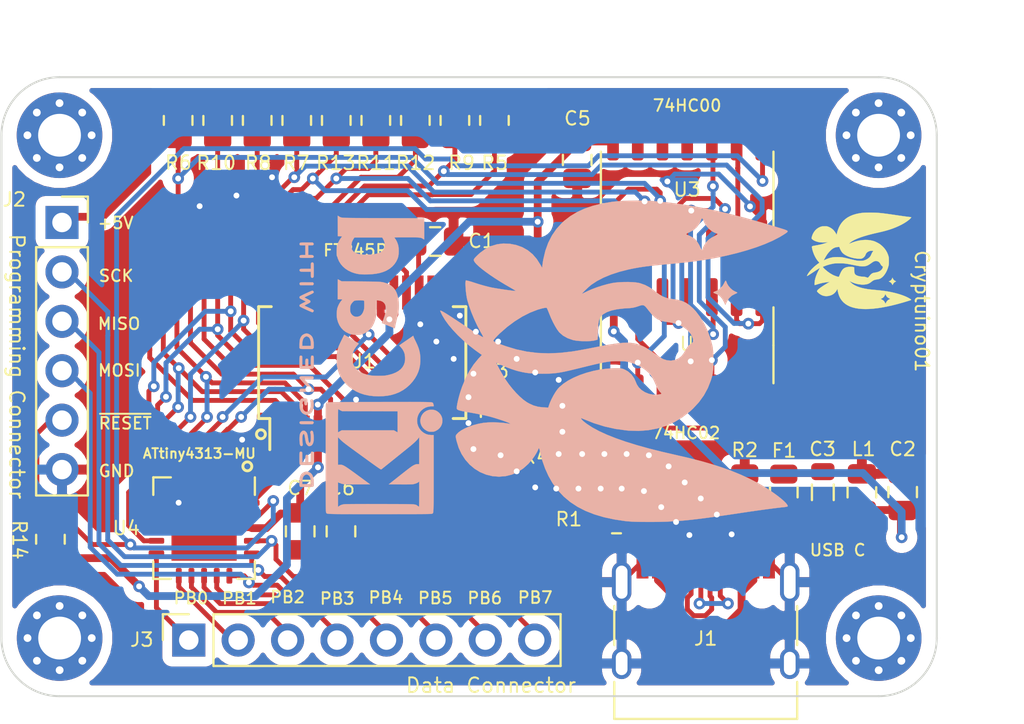
<source format=kicad_pcb>
(kicad_pcb (version 20171130) (host pcbnew "(5.1.8)-1")
  (layers (0 F.Cu signal) (31 B.Cu signal) (34 B.Paste user) (35 F.Paste user) (36 B.SilkS user hide) (37 F.SilkS user hide) (38 B.Mask user) (39 F.Mask user hide) (44 Edge.Cuts user))
  (net 0 "")
  (net 1 "Net-(C1-Pad2)")
  (net 2 GND)
  (net 3 +5V)
  (net 4 "Net-(F1-Pad2)")
  (net 5 "Net-(F1-Pad1)")
  (net 6 "Net-(J1-PadB8)")
  (net 7 "Net-(J1-PadA5)")
  (net 8 /D-)
  (net 9 /D+)
  (net 10 "Net-(J1-PadA8)")
  (net 11 "Net-(J1-PadB5)")
  (net 12 ~RESET)
  (net 13 MOSI)
  (net 14 MISO)
  (net 15 SCK)
  (net 16 "Net-(J3-Pad5)")
  (net 17 "Net-(J3-Pad4)")
  (net 18 "Net-(J3-Pad3)")
  (net 19 "Net-(J3-Pad2)")
  (net 20 "Net-(J3-Pad1)")
  (net 21 USBD-)
  (net 22 USBD+)
  (net 23 "Net-(R5-Pad2)")
  (net 24 /D0)
  (net 25 /D1)
  (net 26 /D2)
  (net 27 /D3)
  (net 28 /D4)
  (net 29 /D5)
  (net 30 /D6)
  (net 31 /D7)
  (net 32 "Net-(U1-Pad28)")
  (net 33 "Net-(U1-Pad27)")
  (net 34 "Net-(U1-Pad24)")
  (net 35 "Net-(U1-Pad23)")
  (net 36 "Net-(U1-Pad22)")
  (net 37 "Net-(U1-Pad14)")
  (net 38 ~RD)
  (net 39 "Net-(U1-Pad8)")
  (net 40 "Net-(U2-Pad13)")
  (net 41 "Net-(U2-Pad10)")
  (net 42 "Net-(U2-Pad1)")
  (net 43 "Net-(U2-Pad5)")
  (net 44 "Net-(U2-Pad4)")
  (net 45 "Net-(U3-Pad6)")
  (net 46 "Net-(U4-Pad2)")
  (module Inductor_SMD:L_0805_2012Metric (layer F.Cu) (at 126.0983 76.3905 270)
    (fp_text reference L1 (at -2.2225 -2.0955 unlocked) (layer F.SilkS) (effects (font (size 0.7 0.7) (thickness 0.1))))
    (fp_text value 1mH hide)
    (pad 2 smd roundrect (at 1.0625 0 270) (size 0.875 1.2) (layers F.Cu F.Paste F.Mask) (net 3 +5V))
    (pad 1 smd roundrect (at -1.0625 0 270) (size 0.875 1.2) (layers F.Cu F.Paste F.Mask) (net 5 "Net-(F1-Pad1)"))
  )
  (module Fuse:Fuse_0805_2012Metric (layer F.Cu) (at 124.0917 76.3905 270)
    (fp_text reference F1 (at -2.1463 -0.0127 unlocked) (layer F.SilkS) (effects (font (size 0.7 0.7) (thickness 0.1))))
    (fp_text value Polyfuse_300mA hide)
    (pad 2 smd roundrect (at 0.9375 0 270) (size 0.975 1.4) (layers F.Cu F.Paste F.Mask) (net 4 "Net-(F1-Pad2)"))
    (pad 1 smd roundrect (at -0.9375 0 270) (size 0.975 1.4) (layers F.Cu F.Paste F.Mask) (net 5 "Net-(F1-Pad1)"))
  )
  (module Capacitor_SMD:C_0805_2012Metric (layer F.Cu) (at 99.2378 78.3971 270)
    (fp_text reference C7 (at -2.2225 -0.0254 unlocked) (layer F.SilkS) (effects (font (size 0.7 0.7) (thickness 0.1))))
    (fp_text value 10uF hide)
    (pad 2 smd roundrect (at 0.95 0 270) (size 1 1.45) (layers F.Cu F.Paste F.Mask) (net 2 GND))
    (pad 1 smd roundrect (at -0.95 0 270) (size 1 1.45) (layers F.Cu F.Paste F.Mask) (net 3 +5V))
  )
  (module Capacitor_SMD:C_0805_2012Metric (layer F.Cu) (at 101.3333 78.3971 270)
    (fp_text reference C6 (at -2.2225 -0.0381 unlocked) (layer F.SilkS) (effects (font (size 0.7 0.7) (thickness 0.1))))
    (fp_text value 100nF hide)
    (pad 2 smd roundrect (at 0.95 0 270) (size 1 1.45) (layers F.Cu F.Paste F.Mask) (net 2 GND))
    (pad 1 smd roundrect (at -0.95 0 270) (size 1 1.45) (layers F.Cu F.Paste F.Mask) (net 3 +5V))
  )
  (module Capacitor_SMD:C_0805_2012Metric (layer F.Cu) (at 113.4745 59.309 270)
    (fp_text reference C5 (at -2.1336 -0.0127 180) (layer F.SilkS) (effects (font (size 0.7 0.7) (thickness 0.1))))
    (fp_text value 100nF hide)
    (pad 2 smd roundrect (at 0.95 0 270) (size 1 1.45) (layers F.Cu F.Paste F.Mask) (net 2 GND))
    (pad 1 smd roundrect (at -0.95 0 270) (size 1 1.45) (layers F.Cu F.Paste F.Mask) (net 3 +5V))
  )
  (module Capacitor_SMD:C_0805_2012Metric (layer F.Cu) (at 113.4745 67.31 270)
    (fp_text reference C4 (at -2.159 0.0635 180) (layer F.SilkS) (effects (font (size 0.7 0.7) (thickness 0.1))))
    (fp_text value 100nF hide)
    (pad 2 smd roundrect (at 0.95 0 270) (size 1 1.45) (layers F.Cu F.Paste F.Mask) (net 2 GND))
    (pad 1 smd roundrect (at -0.95 0 270) (size 1 1.45) (layers F.Cu F.Paste F.Mask) (net 3 +5V))
  )
  (module Capacitor_SMD:C_0805_2012Metric (layer F.Cu) (at 128.1049 76.3905 90)
    (fp_text reference C3 (at 2.2225 -2.0193 unlocked) (layer F.SilkS) (effects (font (size 0.7 0.7) (thickness 0.1))))
    (fp_text value 10uF hide)
    (pad 2 smd roundrect (at 0.95 0 90) (size 1 1.45) (layers F.Cu F.Paste F.Mask) (net 2 GND))
    (pad 1 smd roundrect (at -0.95 0 90) (size 1 1.45) (layers F.Cu F.Paste F.Mask) (net 3 +5V))
  )
  (module Capacitor_SMD:C_0805_2012Metric (layer F.Cu) (at 130.2004 76.3778 270)
    (fp_text reference C2 (at -2.2098 0 unlocked) (layer F.SilkS) (effects (font (size 0.7 0.7) (thickness 0.1))))
    (fp_text value 100nF hide)
    (pad 2 smd roundrect (at 0.95 0 270) (size 1 1.45) (layers F.Cu F.Paste F.Mask) (net 3 +5V))
    (pad 1 smd roundrect (at -0.95 0 270) (size 1 1.45) (layers F.Cu F.Paste F.Mask) (net 2 GND))
  )
  (module Capacitor_SMD:C_0805_2012Metric (layer F.Cu) (at 106.172 63.5 180)
    (fp_text reference C1 (at -2.3876 0.0254 unlocked) (layer F.SilkS) (effects (font (size 0.7 0.7) (thickness 0.1))))
    (fp_text value 100nF hide)
    (pad 2 smd roundrect (at 0.95 0 180) (size 1 1.45) (layers F.Cu F.Paste F.Mask) (net 1 "Net-(C1-Pad2)"))
    (pad 1 smd roundrect (at -0.95 0 180) (size 1 1.45) (layers F.Cu F.Paste F.Mask) (net 2 GND))
  )
  (module Symbol:KiCad-Logo2_6mm_SilkScreen (layer B.Cu) (at 103.5685 69.85 90)
    (fp_text reference REF** hide)
    (fp_text value KiCad-Logo2_6mm_SilkScreen hide)
  )
  (module MountingHole:MountingHole_2.2mm_M2_Pad_Via (layer F.Cu) (at 128.96342 58.039)
    (fp_text reference REF** hide)
    (fp_text value MountingHole_2.2mm_M2_Pad_Via hide)
    (pad 1 thru_hole circle (at 0 0) (size 4.4 4.4) (drill 2.2) (layers *.Cu *.Mask))
    (pad 1 thru_hole circle (at 1.65 0) (size 0.7 0.7) (drill 0.4) (layers *.Cu *.Mask))
    (pad 1 thru_hole circle (at 1.166726 1.166726) (size 0.7 0.7) (drill 0.4) (layers *.Cu *.Mask))
    (pad 1 thru_hole circle (at 0 1.65) (size 0.7 0.7) (drill 0.4) (layers *.Cu *.Mask))
    (pad 1 thru_hole circle (at -1.166726 1.166726) (size 0.7 0.7) (drill 0.4) (layers *.Cu *.Mask))
    (pad 1 thru_hole circle (at -1.65 0) (size 0.7 0.7) (drill 0.4) (layers *.Cu *.Mask))
    (pad 1 thru_hole circle (at -1.166726 -1.166726) (size 0.7 0.7) (drill 0.4) (layers *.Cu *.Mask))
    (pad 1 thru_hole circle (at 0 -1.65) (size 0.7 0.7) (drill 0.4) (layers *.Cu *.Mask))
    (pad 1 thru_hole circle (at 1.166726 -1.166726) (size 0.7 0.7) (drill 0.4) (layers *.Cu *.Mask))
  )
  (module MountingHole:MountingHole_2.2mm_M2_Pad_Via (layer F.Cu) (at 86.868 58.039)
    (fp_text reference REF** hide)
    (fp_text value MountingHole_2.2mm_M2_Pad_Via hide)
    (pad 1 thru_hole circle (at 0 0) (size 4.4 4.4) (drill 2.2) (layers *.Cu *.Mask))
    (pad 1 thru_hole circle (at 1.65 0) (size 0.7 0.7) (drill 0.4) (layers *.Cu *.Mask))
    (pad 1 thru_hole circle (at 1.166726 1.166726) (size 0.7 0.7) (drill 0.4) (layers *.Cu *.Mask))
    (pad 1 thru_hole circle (at 0 1.65) (size 0.7 0.7) (drill 0.4) (layers *.Cu *.Mask))
    (pad 1 thru_hole circle (at -1.166726 1.166726) (size 0.7 0.7) (drill 0.4) (layers *.Cu *.Mask))
    (pad 1 thru_hole circle (at -1.65 0) (size 0.7 0.7) (drill 0.4) (layers *.Cu *.Mask))
    (pad 1 thru_hole circle (at -1.166726 -1.166726) (size 0.7 0.7) (drill 0.4) (layers *.Cu *.Mask))
    (pad 1 thru_hole circle (at 0 -1.65) (size 0.7 0.7) (drill 0.4) (layers *.Cu *.Mask))
    (pad 1 thru_hole circle (at 1.166726 -1.166726) (size 0.7 0.7) (drill 0.4) (layers *.Cu *.Mask))
  )
  (module MountingHole:MountingHole_2.2mm_M2_Pad_Via (layer F.Cu) (at 86.87308 83.88096)
    (fp_text reference REF** hide)
    (fp_text value MountingHole_2.2mm_M2_Pad_Via hide)
    (pad 1 thru_hole circle (at 0 0) (size 4.4 4.4) (drill 2.2) (layers *.Cu *.Mask))
    (pad 1 thru_hole circle (at 1.65 0) (size 0.7 0.7) (drill 0.4) (layers *.Cu *.Mask))
    (pad 1 thru_hole circle (at 1.166726 1.166726) (size 0.7 0.7) (drill 0.4) (layers *.Cu *.Mask))
    (pad 1 thru_hole circle (at 0 1.65) (size 0.7 0.7) (drill 0.4) (layers *.Cu *.Mask))
    (pad 1 thru_hole circle (at -1.166726 1.166726) (size 0.7 0.7) (drill 0.4) (layers *.Cu *.Mask))
    (pad 1 thru_hole circle (at -1.65 0) (size 0.7 0.7) (drill 0.4) (layers *.Cu *.Mask))
    (pad 1 thru_hole circle (at -1.166726 -1.166726) (size 0.7 0.7) (drill 0.4) (layers *.Cu *.Mask))
    (pad 1 thru_hole circle (at 0 -1.65) (size 0.7 0.7) (drill 0.4) (layers *.Cu *.Mask))
    (pad 1 thru_hole circle (at 1.166726 -1.166726) (size 0.7 0.7) (drill 0.4) (layers *.Cu *.Mask))
  )
  (module MountingHole:MountingHole_2.2mm_M2_Pad_Via (layer F.Cu) (at 128.9685 83.8835)
    (fp_text reference REF** hide)
    (fp_text value MountingHole_2.2mm_M2_Pad_Via hide)
    (pad 1 thru_hole circle (at 1.166726 -1.166726) (size 0.7 0.7) (drill 0.4) (layers *.Cu *.Mask))
    (pad 1 thru_hole circle (at 0 -1.65) (size 0.7 0.7) (drill 0.4) (layers *.Cu *.Mask))
    (pad 1 thru_hole circle (at -1.166726 -1.166726) (size 0.7 0.7) (drill 0.4) (layers *.Cu *.Mask))
    (pad 1 thru_hole circle (at -1.65 0) (size 0.7 0.7) (drill 0.4) (layers *.Cu *.Mask))
    (pad 1 thru_hole circle (at -1.166726 1.166726) (size 0.7 0.7) (drill 0.4) (layers *.Cu *.Mask))
    (pad 1 thru_hole circle (at 0 1.65) (size 0.7 0.7) (drill 0.4) (layers *.Cu *.Mask))
    (pad 1 thru_hole circle (at 1.166726 1.166726) (size 0.7 0.7) (drill 0.4) (layers *.Cu *.Mask))
    (pad 1 thru_hole circle (at 1.65 0) (size 0.7 0.7) (drill 0.4) (layers *.Cu *.Mask))
    (pad 1 thru_hole circle (at 0 0) (size 4.4 4.4) (drill 2.2) (layers *.Cu *.Mask))
  )
  (module FairyLogo:fairy_mask (layer F.Cu) (at 127.9398 67.2084 270)
    (fp_text reference G*** hide)
    (fp_text value LOGO hide)
  )
  (module FairyLogo:fairy_silks (layer F.Cu) (at 127.9652 64.4906 270)
    (fp_text reference G*** hide)
    (fp_text value LOGO hide)
  )
  (module Package_SO:SOIC-14_3.9x8.7mm_P1.27mm (layer F.Cu) (at 119.126 68.834 90)
    (fp_text reference U2 (at 0.0635 0.3175) (layer F.SilkS) (effects (font (size 0.7 0.7) (thickness 0.1))))
    (fp_text value 74HC02 hide)
    (pad 14 smd roundrect (at 2.475 -3.81 90) (size 1.95 0.6) (layers F.Cu F.Paste F.Mask) (net 3 +5V))
    (pad 13 smd roundrect (at 2.475 -2.54 90) (size 1.95 0.6) (layers F.Cu F.Paste F.Mask) (net 40 "Net-(U2-Pad13)"))
    (pad 12 smd roundrect (at 2.475 -1.27 90) (size 1.95 0.6) (layers F.Cu F.Paste F.Mask) (net 29 /D5))
    (pad 11 smd roundrect (at 2.475 0 90) (size 1.95 0.6) (layers F.Cu F.Paste F.Mask) (net 29 /D5))
    (pad 10 smd roundrect (at 2.475 1.27 90) (size 1.95 0.6) (layers F.Cu F.Paste F.Mask) (net 41 "Net-(U2-Pad10)"))
    (pad 9 smd roundrect (at 2.475 2.54 90) (size 1.95 0.6) (layers F.Cu F.Paste F.Mask) (net 27 /D3))
    (pad 8 smd roundrect (at 2.475 3.81 90) (size 1.95 0.6) (layers F.Cu F.Paste F.Mask) (net 27 /D3))
    (pad 7 smd roundrect (at -2.475 3.81 90) (size 1.95 0.6) (layers F.Cu F.Paste F.Mask) (net 2 GND))
    (pad 6 smd roundrect (at -2.475 2.54 90) (size 1.95 0.6) (layers F.Cu F.Paste F.Mask) (net 42 "Net-(U2-Pad1)"))
    (pad 5 smd roundrect (at -2.475 1.27 90) (size 1.95 0.6) (layers F.Cu F.Paste F.Mask) (net 43 "Net-(U2-Pad5)"))
    (pad 4 smd roundrect (at -2.475 0 90) (size 1.95 0.6) (layers F.Cu F.Paste F.Mask) (net 44 "Net-(U2-Pad4)"))
    (pad 3 smd roundrect (at -2.475 -1.27 90) (size 1.95 0.6) (layers F.Cu F.Paste F.Mask) (net 40 "Net-(U2-Pad13)"))
    (pad 2 smd roundrect (at -2.475 -2.54 90) (size 1.95 0.6) (layers F.Cu F.Paste F.Mask) (net 31 /D7))
    (pad 1 smd roundrect (at -2.475 -3.81 90) (size 1.95 0.6) (layers F.Cu F.Paste F.Mask) (net 42 "Net-(U2-Pad1)"))
  )
  (module Package_SO:SSOP-28_5.3x10.2mm_P0.65mm (layer F.Cu) (at 102.4255 69.723 90)
    (fp_text reference U1 (at 0.0635 0 180) (layer F.SilkS) (effects (font (size 0.7 0.7) (thickness 0.1))))
    (fp_text value FT245RL hide)
    (pad 28 smd rect (at 3.6 -4.225 90) (size 1.75 0.45) (layers F.Cu F.Paste F.Mask) (net 32 "Net-(U1-Pad28)"))
    (pad 27 smd rect (at 3.6 -3.575 90) (size 1.75 0.45) (layers F.Cu F.Paste F.Mask) (net 33 "Net-(U1-Pad27)"))
    (pad 26 smd rect (at 3.6 -2.925 90) (size 1.75 0.45) (layers F.Cu F.Paste F.Mask) (net 2 GND))
    (pad 25 smd rect (at 3.6 -2.275 90) (size 1.75 0.45) (layers F.Cu F.Paste F.Mask) (net 2 GND))
    (pad 24 smd rect (at 3.6 -1.625 90) (size 1.75 0.45) (layers F.Cu F.Paste F.Mask) (net 34 "Net-(U1-Pad24)"))
    (pad 23 smd rect (at 3.6 -0.975 90) (size 1.75 0.45) (layers F.Cu F.Paste F.Mask) (net 35 "Net-(U1-Pad23)"))
    (pad 22 smd rect (at 3.6 -0.325 90) (size 1.75 0.45) (layers F.Cu F.Paste F.Mask) (net 36 "Net-(U1-Pad22)"))
    (pad 21 smd rect (at 3.6 0.325 90) (size 1.75 0.45) (layers F.Cu F.Paste F.Mask) (net 2 GND))
    (pad 20 smd rect (at 3.6 0.975 90) (size 1.75 0.45) (layers F.Cu F.Paste F.Mask) (net 3 +5V))
    (pad 19 smd rect (at 3.6 1.625 90) (size 1.75 0.45) (layers F.Cu F.Paste F.Mask) (net 3 +5V))
    (pad 18 smd rect (at 3.6 2.275 90) (size 1.75 0.45) (layers F.Cu F.Paste F.Mask) (net 2 GND))
    (pad 17 smd rect (at 3.6 2.925 90) (size 1.75 0.45) (layers F.Cu F.Paste F.Mask) (net 1 "Net-(C1-Pad2)"))
    (pad 16 smd rect (at 3.6 3.575 90) (size 1.75 0.45) (layers F.Cu F.Paste F.Mask) (net 21 USBD-))
    (pad 15 smd rect (at 3.6 4.225 90) (size 1.75 0.45) (layers F.Cu F.Paste F.Mask) (net 22 USBD+))
    (pad 14 smd rect (at -3.6 4.225 90) (size 1.75 0.45) (layers F.Cu F.Paste F.Mask) (net 37 "Net-(U1-Pad14)"))
    (pad 13 smd rect (at -3.6 3.575 90) (size 1.75 0.45) (layers F.Cu F.Paste F.Mask) (net 38 ~RD))
    (pad 12 smd rect (at -3.6 2.925 90) (size 1.75 0.45) (layers F.Cu F.Paste F.Mask) (net 23 "Net-(R5-Pad2)"))
    (pad 11 smd rect (at -3.6 2.275 90) (size 1.75 0.45) (layers F.Cu F.Paste F.Mask) (net 27 /D3))
    (pad 10 smd rect (at -3.6 1.625 90) (size 1.75 0.45) (layers F.Cu F.Paste F.Mask) (net 30 /D6))
    (pad 9 smd rect (at -3.6 0.975 90) (size 1.75 0.45) (layers F.Cu F.Paste F.Mask) (net 29 /D5))
    (pad 8 smd rect (at -3.6 0.325 90) (size 1.75 0.45) (layers F.Cu F.Paste F.Mask) (net 39 "Net-(U1-Pad8)"))
    (pad 7 smd rect (at -3.6 -0.325 90) (size 1.75 0.45) (layers F.Cu F.Paste F.Mask) (net 2 GND))
    (pad 6 smd rect (at -3.6 -0.975 90) (size 1.75 0.45) (layers F.Cu F.Paste F.Mask) (net 31 /D7))
    (pad 5 smd rect (at -3.6 -1.625 90) (size 1.75 0.45) (layers F.Cu F.Paste F.Mask) (net 25 /D1))
    (pad 4 smd rect (at -3.6 -2.275 90) (size 1.75 0.45) (layers F.Cu F.Paste F.Mask) (net 3 +5V))
    (pad 3 smd rect (at -3.6 -2.925 90) (size 1.75 0.45) (layers F.Cu F.Paste F.Mask) (net 26 /D2))
    (pad 2 smd rect (at -3.6 -3.575 90) (size 1.75 0.45) (layers F.Cu F.Paste F.Mask) (net 28 /D4))
    (pad 1 smd rect (at -3.6 -4.225 90) (size 1.75 0.45) (layers F.Cu F.Paste F.Mask) (net 24 /D0))
  )
  (module FairyLogo:BigFairy_20mm (layer B.Cu) (at 115.3795 69.6595 90)
    (fp_text reference G*** hide)
    (fp_text value LOGO hide)
  )
  (module Package_DFN_QFN:QFN-20-1EP_5x5mm_P0.65mm_EP3.35x3.35mm (layer F.Cu) (at 94.2975 78.232 270)
    (fp_text reference U4 (at 0 4.0005 180) (layer F.SilkS) (effects (font (size 0.7 0.7) (thickness 0.1))))
    (fp_text value ATtiny4313-MU hide)
    (pad 21 smd rect (at 0 0 270) (size 3.35 3.35) (layers F.Cu F.Mask) (net 2 GND))
    (pad 20 smd roundrect (at -1.3 -2.45 270) (size 0.3 0.8) (layers F.Cu F.Paste F.Mask) (net 24 /D0))
    (pad 19 smd roundrect (at -0.65 -2.45 270) (size 0.3 0.8) (layers F.Cu F.Paste F.Mask) (net 12 ~RESET))
    (pad 18 smd roundrect (at 0 -2.45 270) (size 0.3 0.8) (layers F.Cu F.Paste F.Mask) (net 3 +5V))
    (pad 17 smd roundrect (at 0.65 -2.45 270) (size 0.3 0.8) (layers F.Cu F.Paste F.Mask) (net 15 SCK))
    (pad 16 smd roundrect (at 1.3 -2.45 270) (size 0.3 0.8) (layers F.Cu F.Paste F.Mask) (net 14 MISO))
    (pad 15 smd roundrect (at 2.45 -1.3 270) (size 0.8 0.3) (layers F.Cu F.Paste F.Mask) (net 13 MOSI))
    (pad 14 smd roundrect (at 2.45 -0.65 270) (size 0.8 0.3) (layers F.Cu F.Paste F.Mask) (net 16 "Net-(J3-Pad5)"))
    (pad 13 smd roundrect (at 2.45 0 270) (size 0.8 0.3) (layers F.Cu F.Paste F.Mask) (net 17 "Net-(J3-Pad4)"))
    (pad 12 smd roundrect (at 2.45 0.65 270) (size 0.8 0.3) (layers F.Cu F.Paste F.Mask) (net 18 "Net-(J3-Pad3)"))
    (pad 11 smd roundrect (at 2.45 1.3 270) (size 0.8 0.3) (layers F.Cu F.Paste F.Mask) (net 19 "Net-(J3-Pad2)"))
    (pad 10 smd roundrect (at 1.3 2.45 270) (size 0.3 0.8) (layers F.Cu F.Paste F.Mask) (net 20 "Net-(J3-Pad1)"))
    (pad 9 smd roundrect (at 0.65 2.45 270) (size 0.3 0.8) (layers F.Cu F.Paste F.Mask) (net 30 /D6))
    (pad 8 smd roundrect (at 0 2.45 270) (size 0.3 0.8) (layers F.Cu F.Paste F.Mask) (net 2 GND))
    (pad 7 smd roundrect (at -0.65 2.45 270) (size 0.3 0.8) (layers F.Cu F.Paste F.Mask) (net 29 /D5))
    (pad 6 smd roundrect (at -1.3 2.45 270) (size 0.3 0.8) (layers F.Cu F.Paste F.Mask) (net 28 /D4))
    (pad 5 smd roundrect (at -2.45 1.3 270) (size 0.8 0.3) (layers F.Cu F.Paste F.Mask) (net 27 /D3))
    (pad 4 smd roundrect (at -2.45 0.65 270) (size 0.8 0.3) (layers F.Cu F.Paste F.Mask) (net 26 /D2))
    (pad 3 smd roundrect (at -2.45 0 270) (size 0.8 0.3) (layers F.Cu F.Paste F.Mask) (net 38 ~RD))
    (pad 2 smd roundrect (at -2.45 -0.65 270) (size 0.8 0.3) (layers F.Cu F.Paste F.Mask) (net 46 "Net-(U4-Pad2)"))
    (pad 1 smd roundrect (at -2.45 -1.3 270) (size 0.8 0.3) (layers F.Cu F.Paste F.Mask) (net 25 /D1))
  )
  (module Connector_USB:USB_C_Receptacle_HRO_TYPE-C-31-M-12 (layer F.Cu) (at 120.0785 84.1375)
    (fp_text reference J1 (at 0 -0.2286 180) (layer F.SilkS) (effects (font (size 0.7 0.7) (thickness 0.1))))
    (fp_text value USB_C_Receptacle_USB2.0 hide)
    (pad B1 smd rect (at 3.25 -4.045) (size 0.6 1.45) (layers F.Cu F.Paste F.Mask) (net 2 GND))
    (pad A9 smd rect (at 2.45 -4.045) (size 0.6 1.45) (layers F.Cu F.Paste F.Mask) (net 4 "Net-(F1-Pad2)"))
    (pad B9 smd rect (at -2.45 -4.045) (size 0.6 1.45) (layers F.Cu F.Paste F.Mask) (net 4 "Net-(F1-Pad2)"))
    (pad B12 smd rect (at -3.25 -4.045) (size 0.6 1.45) (layers F.Cu F.Paste F.Mask) (net 2 GND))
    (pad A1 smd rect (at -3.25 -4.045) (size 0.6 1.45) (layers F.Cu F.Paste F.Mask) (net 2 GND))
    (pad A4 smd rect (at -2.45 -4.045) (size 0.6 1.45) (layers F.Cu F.Paste F.Mask) (net 4 "Net-(F1-Pad2)"))
    (pad B4 smd rect (at 2.45 -4.045) (size 0.6 1.45) (layers F.Cu F.Paste F.Mask) (net 4 "Net-(F1-Pad2)"))
    (pad A12 smd rect (at 3.25 -4.045) (size 0.6 1.45) (layers F.Cu F.Paste F.Mask) (net 2 GND))
    (pad B8 smd rect (at -1.75 -4.045) (size 0.3 1.45) (layers F.Cu F.Paste F.Mask) (net 6 "Net-(J1-PadB8)"))
    (pad A5 smd rect (at -1.25 -4.045) (size 0.3 1.45) (layers F.Cu F.Paste F.Mask) (net 7 "Net-(J1-PadA5)"))
    (pad B7 smd rect (at -0.75 -4.045) (size 0.3 1.45) (layers F.Cu F.Paste F.Mask) (net 8 /D-))
    (pad A7 smd rect (at 0.25 -4.045) (size 0.3 1.45) (layers F.Cu F.Paste F.Mask) (net 8 /D-))
    (pad B6 smd rect (at 0.75 -4.045) (size 0.3 1.45) (layers F.Cu F.Paste F.Mask) (net 9 /D+))
    (pad A8 smd rect (at 1.25 -4.045) (size 0.3 1.45) (layers F.Cu F.Paste F.Mask) (net 10 "Net-(J1-PadA8)"))
    (pad B5 smd rect (at 1.75 -4.045) (size 0.3 1.45) (layers F.Cu F.Paste F.Mask) (net 11 "Net-(J1-PadB5)"))
    (pad A6 smd rect (at -0.25 -4.045) (size 0.3 1.45) (layers F.Cu F.Paste F.Mask) (net 9 /D+))
    (pad S1 thru_hole oval (at 4.32 -3.13) (size 1 2.1) (drill oval 0.6 1.7) (layers *.Cu *.Mask) (net 2 GND))
    (pad S1 thru_hole oval (at -4.32 -3.13) (size 1 2.1) (drill oval 0.6 1.7) (layers *.Cu *.Mask) (net 2 GND))
    (pad "" np_thru_hole circle (at -2.89 -2.6) (size 0.65 0.65) (drill 0.65) (layers *.Cu *.Mask))
    (pad S1 thru_hole oval (at -4.32 1.05) (size 1 1.6) (drill oval 0.6 1.2) (layers *.Cu *.Mask) (net 2 GND))
    (pad "" np_thru_hole circle (at 2.89 -2.6) (size 0.65 0.65) (drill 0.65) (layers *.Cu *.Mask))
    (pad S1 thru_hole oval (at 4.32 1.05) (size 1 1.6) (drill oval 0.6 1.2) (layers *.Cu *.Mask) (net 2 GND))
  )
  (module Connector_PinSocket_2.54mm:PinSocket_1x06_P2.54mm_Vertical (layer F.Cu) (at 86.995 62.5221)
    (fp_text reference J2 (at -2.4511 -1.1811 180) (layer F.SilkS) (effects (font (size 0.7 0.7) (thickness 0.1))))
    (fp_text value Conn_01x06_Female hide)
    (pad 6 thru_hole oval (at 0 12.7) (size 1.7 1.7) (drill 1) (layers *.Cu *.Mask) (net 2 GND))
    (pad 5 thru_hole oval (at 0 10.16) (size 1.7 1.7) (drill 1) (layers *.Cu *.Mask) (net 12 ~RESET))
    (pad 4 thru_hole oval (at 0 7.62) (size 1.7 1.7) (drill 1) (layers *.Cu *.Mask) (net 13 MOSI))
    (pad 3 thru_hole oval (at 0 5.08) (size 1.7 1.7) (drill 1) (layers *.Cu *.Mask) (net 14 MISO))
    (pad 2 thru_hole oval (at 0 2.54) (size 1.7 1.7) (drill 1) (layers *.Cu *.Mask) (net 15 SCK))
    (pad 1 thru_hole rect (at 0 0) (size 1.7 1.7) (drill 1) (layers *.Cu *.Mask) (net 3 +5V))
  )
  (module Package_SO:SOIC-14_3.9x8.7mm_P1.27mm (layer F.Cu) (at 119.126 60.833 90)
    (fp_text reference U3 (at 0 0) (layer F.SilkS) (effects (font (size 0.7 0.7) (thickness 0.1))))
    (fp_text value 74HC00 hide)
    (pad 14 smd roundrect (at 2.475 -3.81 90) (size 1.95 0.6) (layers F.Cu F.Paste F.Mask) (net 3 +5V))
    (pad 13 smd roundrect (at 2.475 -2.54 90) (size 1.95 0.6) (layers F.Cu F.Paste F.Mask))
    (pad 12 smd roundrect (at 2.475 -1.27 90) (size 1.95 0.6) (layers F.Cu F.Paste F.Mask))
    (pad 11 smd roundrect (at 2.475 0 90) (size 1.95 0.6) (layers F.Cu F.Paste F.Mask))
    (pad 10 smd roundrect (at 2.475 1.27 90) (size 1.95 0.6) (layers F.Cu F.Paste F.Mask) (net 41 "Net-(U2-Pad10)"))
    (pad 9 smd roundrect (at 2.475 2.54 90) (size 1.95 0.6) (layers F.Cu F.Paste F.Mask) (net 45 "Net-(U3-Pad6)"))
    (pad 8 smd roundrect (at 2.475 3.81 90) (size 1.95 0.6) (layers F.Cu F.Paste F.Mask) (net 12 ~RESET))
    (pad 7 smd roundrect (at -2.475 3.81 90) (size 1.95 0.6) (layers F.Cu F.Paste F.Mask) (net 2 GND))
    (pad 6 smd roundrect (at -2.475 2.54 90) (size 1.95 0.6) (layers F.Cu F.Paste F.Mask) (net 45 "Net-(U3-Pad6)"))
    (pad 5 smd roundrect (at -2.475 1.27 90) (size 1.95 0.6) (layers F.Cu F.Paste F.Mask) (net 44 "Net-(U2-Pad4)"))
    (pad 4 smd roundrect (at -2.475 0 90) (size 1.95 0.6) (layers F.Cu F.Paste F.Mask) (net 44 "Net-(U2-Pad4)"))
    (pad 3 smd roundrect (at -2.475 -1.27 90) (size 1.95 0.6) (layers F.Cu F.Paste F.Mask) (net 43 "Net-(U2-Pad5)"))
    (pad 2 smd roundrect (at -2.475 -2.54 90) (size 1.95 0.6) (layers F.Cu F.Paste F.Mask) (net 25 /D1))
    (pad 1 smd roundrect (at -2.475 -3.81 90) (size 1.95 0.6) (layers F.Cu F.Paste F.Mask) (net 24 /D0))
  )
  (module Resistor_SMD:R_0805_2012Metric (layer F.Cu) (at 86.40064 78.8035 270)
    (fp_text reference R14 (at 0.0254 1.59004 270 unlocked) (layer F.SilkS) (effects (font (size 0.7 0.7) (thickness 0.1))))
    (fp_text value 10K hide)
    (pad 2 smd roundrect (at 0.9125 0 270) (size 1.025 1.4) (layers F.Cu F.Paste F.Mask) (roundrect_rratio 0.243902) (net 3 +5V))
    (pad 1 smd roundrect (at -0.9125 0 270) (size 1.025 1.4) (layers F.Cu F.Paste F.Mask) (roundrect_rratio 0.243902) (net 12 ~RESET))
  )
  (module Resistor_SMD:R_0805_2012Metric (layer F.Cu) (at 101.092 57.277 270)
    (fp_text reference R13 (at 2.1844 0.0254 180) (layer F.SilkS) (effects (font (size 0.7 0.7) (thickness 0.1))))
    (fp_text value 10K hide)
    (pad 2 smd roundrect (at 0.9125 0 270) (size 1.025 1.4) (layers F.Cu F.Paste F.Mask) (roundrect_rratio 0.243902) (net 31 /D7))
    (pad 1 smd roundrect (at -0.9125 0 270) (size 1.025 1.4) (layers F.Cu F.Paste F.Mask) (roundrect_rratio 0.243902) (net 3 +5V))
  )
  (module Resistor_SMD:R_0805_2012Metric (layer F.Cu) (at 105.156 57.277 270)
    (fp_text reference R12 (at 2.1844 -0.0127 180) (layer F.SilkS) (effects (font (size 0.7 0.7) (thickness 0.1))))
    (fp_text value 10K hide)
    (pad 2 smd roundrect (at 0.9125 0 270) (size 1.025 1.4) (layers F.Cu F.Paste F.Mask) (roundrect_rratio 0.243902) (net 30 /D6))
    (pad 1 smd roundrect (at -0.9125 0 270) (size 1.025 1.4) (layers F.Cu F.Paste F.Mask) (roundrect_rratio 0.243902) (net 3 +5V))
  )
  (module Resistor_SMD:R_0805_2012Metric (layer F.Cu) (at 103.124 57.277 270)
    (fp_text reference R11 (at 2.1844 -0.0127 180) (layer F.SilkS) (effects (font (size 0.7 0.7) (thickness 0.1))))
    (fp_text value 10K hide)
    (pad 2 smd roundrect (at 0.9125 0 270) (size 1.025 1.4) (layers F.Cu F.Paste F.Mask) (roundrect_rratio 0.243902) (net 29 /D5))
    (pad 1 smd roundrect (at -0.9125 0 270) (size 1.025 1.4) (layers F.Cu F.Paste F.Mask) (roundrect_rratio 0.243902) (net 3 +5V))
  )
  (module Resistor_SMD:R_0805_2012Metric (layer F.Cu) (at 94.996 57.277 270)
    (fp_text reference R10 (at 2.1844 0.0762 180) (layer F.SilkS) (effects (font (size 0.7 0.7) (thickness 0.1))))
    (fp_text value 10K hide)
    (pad 2 smd roundrect (at 0.9125 0 270) (size 1.025 1.4) (layers F.Cu F.Paste F.Mask) (roundrect_rratio 0.243902) (net 28 /D4))
    (pad 1 smd roundrect (at -0.9125 0 270) (size 1.025 1.4) (layers F.Cu F.Paste F.Mask) (roundrect_rratio 0.243902) (net 3 +5V))
  )
  (module Resistor_SMD:R_0805_2012Metric (layer F.Cu) (at 107.188 57.277 270)
    (fp_text reference R9 (at 2.1844 -0.3429 180) (layer F.SilkS) (effects (font (size 0.7 0.7) (thickness 0.1))))
    (fp_text value 10K hide)
    (pad 2 smd roundrect (at 0.9125 0 270) (size 1.025 1.4) (layers F.Cu F.Paste F.Mask) (roundrect_rratio 0.243902) (net 27 /D3))
    (pad 1 smd roundrect (at -0.9125 0 270) (size 1.025 1.4) (layers F.Cu F.Paste F.Mask) (roundrect_rratio 0.243902) (net 3 +5V))
  )
  (module Resistor_SMD:R_0805_2012Metric (layer F.Cu) (at 97.028 57.277 270)
    (fp_text reference R8 (at 2.1844 -0.0508 180) (layer F.SilkS) (effects (font (size 0.7 0.7) (thickness 0.1))))
    (fp_text value 10K hide)
    (pad 2 smd roundrect (at 0.9125 0 270) (size 1.025 1.4) (layers F.Cu F.Paste F.Mask) (roundrect_rratio 0.243902) (net 26 /D2))
    (pad 1 smd roundrect (at -0.9125 0 270) (size 1.025 1.4) (layers F.Cu F.Paste F.Mask) (roundrect_rratio 0.243902) (net 3 +5V))
  )
  (module Resistor_SMD:R_0805_2012Metric (layer F.Cu) (at 99.06 57.277 270)
    (fp_text reference R7 (at 2.1844 0.0254 180) (layer F.SilkS) (effects (font (size 0.7 0.7) (thickness 0.1))))
    (fp_text value 10K hide)
    (pad 2 smd roundrect (at 0.9125 0 270) (size 1.025 1.4) (layers F.Cu F.Paste F.Mask) (roundrect_rratio 0.243902) (net 25 /D1))
    (pad 1 smd roundrect (at -0.9125 0 270) (size 1.025 1.4) (layers F.Cu F.Paste F.Mask) (roundrect_rratio 0.243902) (net 3 +5V))
  )
  (module Resistor_SMD:R_0805_2012Metric (layer F.Cu) (at 92.964 57.277 270)
    (fp_text reference R6 (at 2.1717 -0.0127 180) (layer F.SilkS) (effects (font (size 0.7 0.7) (thickness 0.1))))
    (fp_text value 10K hide)
    (pad 2 smd roundrect (at 0.9125 0 270) (size 1.025 1.4) (layers F.Cu F.Paste F.Mask) (roundrect_rratio 0.243902) (net 24 /D0))
    (pad 1 smd roundrect (at -0.9125 0 270) (size 1.025 1.4) (layers F.Cu F.Paste F.Mask) (roundrect_rratio 0.243902) (net 3 +5V))
  )
  (module Resistor_SMD:R_0805_2012Metric (layer F.Cu) (at 109.22 57.277 270)
    (fp_text reference R5 (at 2.1844 -0.0127 180) (layer F.SilkS) (effects (font (size 0.7 0.7) (thickness 0.1))))
    (fp_text value 10K hide)
    (pad 2 smd roundrect (at 0.9125 0 270) (size 1.025 1.4) (layers F.Cu F.Paste F.Mask) (roundrect_rratio 0.243902) (net 23 "Net-(R5-Pad2)"))
    (pad 1 smd roundrect (at -0.9125 0 270) (size 1.025 1.4) (layers F.Cu F.Paste F.Mask) (roundrect_rratio 0.243902) (net 3 +5V))
  )
  (module Resistor_SMD:R_0805_2012Metric (layer F.Cu) (at 111.2901 72.3392 270)
    (fp_text reference R4 (at 2.2225 -0.0508 180) (layer F.SilkS) (effects (font (size 0.7 0.7) (thickness 0.1))))
    (fp_text value 15R hide)
    (pad 2 smd roundrect (at 0.9125 0 270) (size 1.025 1.4) (layers F.Cu F.Paste F.Mask) (roundrect_rratio 0.243902) (net 9 /D+))
    (pad 1 smd roundrect (at -0.9125 0 270) (size 1.025 1.4) (layers F.Cu F.Paste F.Mask) (roundrect_rratio 0.243902) (net 22 USBD+))
  )
  (module Resistor_SMD:R_0805_2012Metric (layer F.Cu) (at 109.2581 72.2884 270)
    (fp_text reference R3 (at -2.1209 -0.0254 180) (layer F.SilkS) (effects (font (size 0.7 0.7) (thickness 0.1))))
    (fp_text value 15R hide)
    (pad 2 smd roundrect (at 0.9125 0 270) (size 1.025 1.4) (layers F.Cu F.Paste F.Mask) (roundrect_rratio 0.243902) (net 8 /D-))
    (pad 1 smd roundrect (at -0.9125 0 270) (size 1.025 1.4) (layers F.Cu F.Paste F.Mask) (roundrect_rratio 0.243902) (net 21 USBD-))
  )
  (module Resistor_SMD:R_0805_2012Metric (layer F.Cu) (at 122.0851 76.3778 270)
    (fp_text reference R2 (at -2.159 0) (layer F.SilkS) (effects (font (size 0.7 0.7) (thickness 0.1))))
    (fp_text value 5k1 hide)
    (pad 2 smd roundrect (at 0.9125 0 270) (size 1.025 1.4) (layers F.Cu F.Paste F.Mask) (roundrect_rratio 0.243902) (net 11 "Net-(J1-PadB5)"))
    (pad 1 smd roundrect (at -0.9125 0 270) (size 1.025 1.4) (layers F.Cu F.Paste F.Mask) (roundrect_rratio 0.243902) (net 2 GND))
  )
  (module Resistor_SMD:R_0805_2012Metric (layer F.Cu) (at 115.4938 77.7621)
    (fp_text reference R1 (at -2.4511 0.0127) (layer F.SilkS) (effects (font (size 0.7 0.7) (thickness 0.1))))
    (fp_text value 5k1 hide)
    (pad 2 smd roundrect (at 0.9125 0) (size 1.025 1.4) (layers F.Cu F.Paste F.Mask) (roundrect_rratio 0.243902) (net 7 "Net-(J1-PadA5)"))
    (pad 1 smd roundrect (at -0.9125 0) (size 1.025 1.4) (layers F.Cu F.Paste F.Mask) (roundrect_rratio 0.243902) (net 2 GND))
  )
  (module Connector_PinSocket_2.54mm:PinSocket_1x08_P2.54mm_Vertical (layer F.Cu) (at 93.5101 83.9851 90)
    (fp_text reference J3 (at 0.02032 -2.413 180) (layer F.SilkS) (effects (font (size 0.7 0.7) (thickness 0.1))))
    (fp_text value Conn_01x08_Female hide)
    (pad 8 thru_hole oval (at 0 17.78 90) (size 1.7 1.7) (drill 1) (layers *.Cu *.Mask) (net 15 SCK))
    (pad 7 thru_hole oval (at 0 15.24 90) (size 1.7 1.7) (drill 1) (layers *.Cu *.Mask) (net 14 MISO))
    (pad 6 thru_hole oval (at 0 12.7 90) (size 1.7 1.7) (drill 1) (layers *.Cu *.Mask) (net 13 MOSI))
    (pad 5 thru_hole oval (at 0 10.16 90) (size 1.7 1.7) (drill 1) (layers *.Cu *.Mask) (net 16 "Net-(J3-Pad5)"))
    (pad 4 thru_hole oval (at 0 7.62 90) (size 1.7 1.7) (drill 1) (layers *.Cu *.Mask) (net 17 "Net-(J3-Pad4)"))
    (pad 3 thru_hole oval (at 0 5.08 90) (size 1.7 1.7) (drill 1) (layers *.Cu *.Mask) (net 18 "Net-(J3-Pad3)"))
    (pad 2 thru_hole oval (at 0 2.54 90) (size 1.7 1.7) (drill 1) (layers *.Cu *.Mask) (net 19 "Net-(J3-Pad2)"))
    (pad 1 thru_hole rect (at 0 0 90) (size 1.7 1.7) (drill 1) (layers *.Cu *.Mask) (net 20 "Net-(J3-Pad1)"))
  )
  (gr_text PB7 (at 111.3155 81.8007) (layer F.SilkS) (effects (font (size 0.6 0.6) (thickness 0.1))))
  (gr_text PB6 (at 108.7247 81.8261) (layer F.SilkS) (effects (font (size 0.6 0.6) (thickness 0.1))))
  (gr_text PB5 (at 106.1847 81.8261) (layer F.SilkS) (effects (font (size 0.6 0.6) (thickness 0.1))))
  (gr_text PB4 (at 103.6447 81.8007) (layer F.SilkS) (effects (font (size 0.6 0.6) (thickness 0.1))))
  (gr_text PB3 (at 101.1428 81.8515) (layer F.SilkS) (effects (font (size 0.6 0.6) (thickness 0.1))))
  (gr_text PB2 (at 98.5901 81.7753) (layer F.SilkS) (effects (font (size 0.6 0.6) (thickness 0.1))))
  (gr_text PB1 (at 96.1136 81.8388) (layer F.SilkS) (effects (font (size 0.6 0.6) (thickness 0.1))))
  (gr_text PB0 (at 93.6244 81.8261) (layer F.SilkS) (effects (font (size 0.6 0.6) (thickness 0.1))))
  (gr_text GND (at 89.8017 75.2983) (layer F.SilkS) (effects (font (size 0.6 0.6) (thickness 0.1))))
  (gr_text ~RESET (at 90.2462 72.8472) (layer F.SilkS) (effects (font (size 0.6 0.6) (thickness 0.1))))
  (gr_text MOSI (at 89.9414 70.1294) (layer F.SilkS) (effects (font (size 0.6 0.6) (thickness 0.1))))
  (gr_text MISO (at 89.9287 67.7291) (layer F.SilkS) (effects (font (size 0.6 0.6) (thickness 0.1))))
  (gr_text SCK (at 89.7763 65.2653) (layer F.SilkS) (effects (font (size 0.6 0.6) (thickness 0.1))))
  (gr_text +5V (at 89.7509 62.5475) (layer F.SilkS) (effects (font (size 0.6 0.6) (thickness 0.1))))
  (gr_text Cryptuino01 (at 131.191 67.0814 270) (layer F.SilkS) (effects (font (size 0.7 0.7) (thickness 0.1))))
  (gr_arc (start 86.868 58.039) (end 86.868 55.0545) (angle -90) (layer Edge.Cuts) (width 0.1))
  (gr_arc (start 128.9685 58.039) (end 131.953 58.039) (angle -90) (layer Edge.Cuts) (width 0.1))
  (gr_arc (start 128.9685 83.8835) (end 128.9685 86.868) (angle -90) (layer Edge.Cuts) (width 0.1))
  (gr_arc (start 86.868 83.8835) (end 83.8835 83.8835) (angle -90) (layer Edge.Cuts) (width 0.1))
  (gr_text FT245RL (at 102.3112 63.9572) (layer F.SilkS) (effects (font (size 0.6 0.6) (thickness 0.1))))
  (gr_text ATtiny4313-MU (at 94.0562 74.3966) (layer F.SilkS) (effects (font (size 0.5 0.5) (thickness 0.1))))
  (gr_text "USB C" (at 126.8603 79.3623) (layer F.SilkS) (effects (font (size 0.6 0.6) (thickness 0.1))))
  (gr_text 74HC00 (at 119.126 56.515) (layer F.SilkS) (effects (font (size 0.6 0.6) (thickness 0.1))))
  (gr_text 74HC02 (at 119.0625 73.3425) (layer F.SilkS) (effects (font (size 0.6 0.6) (thickness 0.1))))
  (gr_circle (center 96.52 75.057) (end 96.393 74.8665) (layer F.SilkS) (width 0.15))
  (gr_circle (center 97.2185 73.406) (end 97.0915 73.2155) (layer F.SilkS) (width 0.15))
  (gr_circle (center 114.2365 63.246) (end 114.046 63.373) (layer F.SilkS) (width 0.15))
  (gr_circle (center 114.2365 71.1835) (end 114.046 71.3105) (layer F.SilkS) (width 0.15))
  (gr_line (start 83.8835 83.8835) (end 83.8835 58.039) (layer Edge.Cuts) (width 0.1))
  (gr_line (start 128.9685 86.868) (end 86.868 86.868) (layer Edge.Cuts) (width 0.1))
  (gr_line (start 131.953 58.039) (end 131.953 83.8835) (layer Edge.Cuts) (width 0.1))
  (gr_line (start 86.868 55.0545) (end 128.9685 55.0545) (layer Edge.Cuts) (width 0.1))
  (gr_text "Programming Connector" (at 84.6709 69.9262 270) (layer F.SilkS) (effects (font (size 0.75 0.75) (thickness 0.1))))
  (gr_text "Data Connector" (at 109.0422 86.3092) (layer F.SilkS) (effects (font (size 0.75 0.75) (thickness 0.1))))
  (segment (start 105.323 66.0955) (end 105.3505 66.123) (width 0.25) (layer F.Cu) (net 1))
  (segment (start 105.323 63.754) (end 105.323 66.0955) (width 0.25) (layer F.Cu) (net 1))
  (via (at 118.11 60.4139) (size 0.6) (drill 0.3) (layers F.Cu B.Cu) (net 2))
  (segment (start 91.8475 78.232) (end 94.2975 78.232) (width 0.25) (layer F.Cu) (net 2))
  (segment (start 104.7005 65.087998) (end 104.7005 66.123) (width 0.25) (layer F.Cu) (net 2))
  (segment (start 104.192002 64.5795) (end 104.7005 65.087998) (width 0.25) (layer F.Cu) (net 2))
  (segment (start 99.5005 64.8375) (end 99.7585 64.5795) (width 0.25) (layer F.Cu) (net 2))
  (segment (start 99.5005 66.123) (end 99.5005 64.8375) (width 0.25) (layer F.Cu) (net 2))
  (segment (start 100.1505 65.087998) (end 100.658998 64.5795) (width 0.25) (layer F.Cu) (net 2))
  (segment (start 100.658998 64.5795) (end 101.0285 64.5795) (width 0.25) (layer F.Cu) (net 2))
  (segment (start 100.1505 66.123) (end 100.1505 65.087998) (width 0.25) (layer F.Cu) (net 2))
  (segment (start 99.7585 64.5795) (end 101.0285 64.5795) (width 0.25) (layer F.Cu) (net 2))
  (segment (start 102.7505 64.9045) (end 102.4255 64.5795) (width 0.25) (layer F.Cu) (net 2))
  (segment (start 102.7505 66.123) (end 102.7505 64.9045) (width 0.25) (layer F.Cu) (net 2))
  (segment (start 102.4255 64.5795) (end 104.192002 64.5795) (width 0.25) (layer F.Cu) (net 2))
  (segment (start 101.0285 64.5795) (end 102.4255 64.5795) (width 0.25) (layer F.Cu) (net 2))
  (segment (start 116.6735 80.0925) (end 115.7585 81.0075) (width 0.25) (layer F.Cu) (net 2))
  (segment (start 116.8285 80.0925) (end 116.6735 80.0925) (width 0.25) (layer F.Cu) (net 2))
  (segment (start 123.4835 80.0925) (end 124.3985 81.0075) (width 0.25) (layer F.Cu) (net 2))
  (segment (start 123.3285 80.0925) (end 123.4835 80.0925) (width 0.25) (layer F.Cu) (net 2))
  (via (at 105.41 67.7545) (size 0.6) (drill 0.3) (layers F.Cu B.Cu) (net 2))
  (segment (start 86.47684 75.438) (end 86.3346 75.29576) (width 0.25) (layer F.Cu) (net 2))
  (via (at 107.1245 69.5325) (size 0.6) (drill 0.3) (layers F.Cu B.Cu) (net 2))
  (via (at 108.1405 70.2945) (size 0.6) (drill 0.3) (layers F.Cu B.Cu) (net 2))
  (via (at 107.8865 71.501) (size 0.6) (drill 0.3) (layers F.Cu B.Cu) (net 2))
  (via (at 107.8865 72.8345) (size 0.6) (drill 0.3) (layers F.Cu B.Cu) (net 2))
  (via (at 108.1405 74.168) (size 0.6) (drill 0.3) (layers F.Cu B.Cu) (net 2))
  (via (at 107.442 67.31) (size 0.6) (drill 0.3) (layers F.Cu B.Cu) (net 2))
  (via (at 106.2355 68.6435) (size 0.6) (drill 0.3) (layers F.Cu B.Cu) (net 2))
  (via (at 108.2675 68.1355) (size 0.6) (drill 0.3) (layers F.Cu B.Cu) (net 2))
  (via (at 109.4105 68.6435) (size 0.6) (drill 0.3) (layers F.Cu B.Cu) (net 2))
  (via (at 110.363 69.5325) (size 0.6) (drill 0.3) (layers F.Cu B.Cu) (net 2))
  (via (at 111.3155 70.231) (size 0.6) (drill 0.3) (layers F.Cu B.Cu) (net 2))
  (via (at 112.522 70.612) (size 0.6) (drill 0.3) (layers F.Cu B.Cu) (net 2))
  (via (at 112.7125 71.9455) (size 0.6) (drill 0.3) (layers F.Cu B.Cu) (net 2))
  (via (at 112.7125 73.279) (size 0.6) (drill 0.3) (layers F.Cu B.Cu) (net 2))
  (via (at 112.522 74.422) (size 0.6) (drill 0.3) (layers F.Cu B.Cu) (net 2))
  (via (at 113.7285 74.422) (size 0.6) (drill 0.3) (layers F.Cu B.Cu) (net 2))
  (via (at 114.8715 74.422) (size 0.6) (drill 0.3) (layers F.Cu B.Cu) (net 2))
  (via (at 116.0145 74.422) (size 0.6) (drill 0.3) (layers F.Cu B.Cu) (net 2))
  (via (at 117.1575 74.4855) (size 0.6) (drill 0.3) (layers F.Cu B.Cu) (net 2))
  (via (at 118.1735 75.057) (size 0.6) (drill 0.3) (layers F.Cu B.Cu) (net 2))
  (via (at 118.999 75.8825) (size 0.6) (drill 0.3) (layers F.Cu B.Cu) (net 2))
  (via (at 119.8245 76.708) (size 0.6) (drill 0.3) (layers F.Cu B.Cu) (net 2))
  (via (at 120.65 77.5335) (size 0.6) (drill 0.3) (layers F.Cu B.Cu) (net 2))
  (via (at 121.412 78.5495) (size 0.6) (drill 0.3) (layers F.Cu B.Cu) (net 2))
  (via (at 118.5545 77.9145) (size 0.6) (drill 0.3) (layers F.Cu B.Cu) (net 2))
  (via (at 117.7925 77.1525) (size 0.6) (drill 0.3) (layers F.Cu B.Cu) (net 2))
  (via (at 109.5375 74.4855) (size 0.6) (drill 0.3) (layers F.Cu B.Cu) (net 2))
  (via (at 110.363 75.311) (size 0.6) (drill 0.3) (layers F.Cu B.Cu) (net 2))
  (via (at 111.3155 76.1365) (size 0.6) (drill 0.3) (layers F.Cu B.Cu) (net 2))
  (via (at 112.395 76.2) (size 0.6) (drill 0.3) (layers F.Cu B.Cu) (net 2))
  (via (at 113.538 76.2) (size 0.6) (drill 0.3) (layers F.Cu B.Cu) (net 2))
  (via (at 114.681 76.2) (size 0.6) (drill 0.3) (layers F.Cu B.Cu) (net 2))
  (via (at 115.7605 76.2) (size 0.6) (drill 0.3) (layers F.Cu B.Cu) (net 2))
  (via (at 116.9035 76.327) (size 0.6) (drill 0.3) (layers F.Cu B.Cu) (net 2))
  (via (at 92.9894 76.9239) (size 0.6) (drill 0.3) (layers F.Cu B.Cu) (net 2))
  (segment (start 94.2975 78.232) (end 92.9894 76.9239) (width 0.25) (layer F.Cu) (net 2))
  (via (at 122.3545 61.6966) (size 0.6) (drill 0.3) (layers F.Cu B.Cu) (net 2))
  (segment (start 122.936 62.2781) (end 122.3545 61.6966) (width 0.25) (layer F.Cu) (net 2))
  (segment (start 122.936 63.308) (end 122.936 62.2781) (width 0.25) (layer F.Cu) (net 2))
  (segment (start 118.486402 60.037498) (end 118.11 60.4139) (width 0.25) (layer B.Cu) (net 2))
  (segment (start 120.750157 60.037498) (end 118.486402 60.037498) (width 0.25) (layer B.Cu) (net 2))
  (segment (start 122.3545 61.641841) (end 120.750157 60.037498) (width 0.25) (layer B.Cu) (net 2))
  (segment (start 122.3545 61.6966) (end 122.3545 61.641841) (width 0.25) (layer B.Cu) (net 2))
  (via (at 119.2403 78.5876) (size 0.6) (drill 0.3) (layers F.Cu B.Cu) (net 2))
  (via (at 97.79 60.198) (size 0.6) (drill 0.3) (layers F.Cu B.Cu) (net 2))
  (via (at 95.9612 61.1378) (size 0.6) (drill 0.3) (layers F.Cu B.Cu) (net 2))
  (via (at 94.0689 61.6839) (size 0.6) (drill 0.3) (layers F.Cu B.Cu) (net 2))
  (via (at 96.2533 73.6854) (size 0.6) (drill 0.3) (layers F.Cu B.Cu) (net 2))
  (segment (start 102.1005 73.323) (end 102.1005 71.6355) (width 0.25) (layer F.Cu) (net 2))
  (segment (start 102.1005 71.6355) (end 102.108 71.628) (width 0.25) (layer F.Cu) (net 2))
  (via (at 102.108 71.628) (size 0.6) (drill 0.3) (layers F.Cu B.Cu) (net 2))
  (segment (start 101.2463 77.5716) (end 101.3333 77.4846) (width 0.4) (layer F.Cu) (net 3))
  (segment (start 101.3333 77.4846) (end 101.3568 77.4846) (width 0.4) (layer F.Cu) (net 3))
  (segment (start 103.378 67.2465) (end 103.632 67.5005) (width 0.4) (layer F.Cu) (net 3))
  (segment (start 103.4005 66.5255) (end 103.378 66.548) (width 0.4) (layer F.Cu) (net 3))
  (segment (start 103.378 66.548) (end 103.378 67.2465) (width 0.4) (layer F.Cu) (net 3))
  (segment (start 103.4005 66.123) (end 103.4005 66.5255) (width 0.4) (layer F.Cu) (net 3))
  (segment (start 104.0765 67.056) (end 104.0505 67.03) (width 0.4) (layer F.Cu) (net 3))
  (segment (start 104.0505 67.03) (end 104.0505 66.123) (width 0.4) (layer F.Cu) (net 3))
  (segment (start 104.0765 67.2465) (end 103.8225 67.5005) (width 0.4) (layer F.Cu) (net 3))
  (segment (start 104.0765 67.056) (end 104.0765 67.2465) (width 0.4) (layer F.Cu) (net 3))
  (segment (start 103.8225 67.5005) (end 103.632 67.5005) (width 0.4) (layer F.Cu) (net 3))
  (segment (start 87.0077 62.23) (end 89.0905 62.23) (width 0.4) (layer F.Cu) (net 3))
  (segment (start 89.0905 62.23) (end 91.3765 59.944) (width 0.4) (layer F.Cu) (net 3))
  (segment (start 91.3765 59.944) (end 91.3765 57.0865) (width 0.4) (layer F.Cu) (net 3))
  (segment (start 92.0985 56.3645) (end 109.22 56.3645) (width 0.4) (layer F.Cu) (net 3))
  (segment (start 91.3765 57.0865) (end 92.0985 56.3645) (width 0.4) (layer F.Cu) (net 3))
  (via (at 100.1395 71.882) (size 0.6) (drill 0.3) (layers F.Cu B.Cu) (net 3))
  (segment (start 100.1505 71.893) (end 100.1395 71.882) (width 0.4) (layer F.Cu) (net 3))
  (segment (start 100.1505 73.323) (end 100.1505 71.893) (width 0.4) (layer F.Cu) (net 3))
  (via (at 103.8225 67.5005) (size 0.6) (drill 0.3) (layers F.Cu B.Cu) (net 3))
  (segment (start 110.911 56.3645) (end 110.9345 56.388) (width 0.4) (layer F.Cu) (net 3))
  (segment (start 109.22 56.3645) (end 110.911 56.3645) (width 0.4) (layer F.Cu) (net 3))
  (segment (start 115.2775 66.3975) (end 115.316 66.359) (width 0.4) (layer F.Cu) (net 3))
  (segment (start 113.4745 66.3975) (end 115.2775 66.3975) (width 0.4) (layer F.Cu) (net 3))
  (segment (start 111.4425 56.3645) (end 113.4745 58.3965) (width 0.4) (layer F.Cu) (net 3))
  (segment (start 110.911 56.3645) (end 111.4425 56.3645) (width 0.4) (layer F.Cu) (net 3))
  (segment (start 113.513 58.358) (end 113.4745 58.3965) (width 0.4) (layer F.Cu) (net 3))
  (segment (start 115.316 58.358) (end 113.513 58.358) (width 0.4) (layer F.Cu) (net 3))
  (segment (start 99.4283 77.2941) (end 99.2378 77.4846) (width 0.4) (layer F.Cu) (net 3))
  (segment (start 103.8225 67.5005) (end 103.8225 66.576028) (width 0.4) (layer B.Cu) (net 3))
  (via (at 111.4425 62.485018) (size 0.6) (drill 0.3) (layers F.Cu B.Cu) (net 3))
  (segment (start 107.91351 62.485018) (end 111.4425 62.485018) (width 0.4) (layer B.Cu) (net 3))
  (segment (start 103.8225 66.576028) (end 107.91351 62.485018) (width 0.4) (layer B.Cu) (net 3))
  (segment (start 111.4425 60.4285) (end 113.4745 58.3965) (width 0.4) (layer F.Cu) (net 3))
  (segment (start 111.4425 62.485018) (end 111.4425 60.4285) (width 0.4) (layer F.Cu) (net 3))
  (segment (start 111.4425 64.3655) (end 113.4745 66.3975) (width 0.4) (layer F.Cu) (net 3))
  (segment (start 111.4425 62.485018) (end 111.4425 64.3655) (width 0.4) (layer F.Cu) (net 3))
  (segment (start 99.2378 76.0188) (end 100.1505 75.1061) (width 0.4) (layer F.Cu) (net 3))
  (via (at 100.1505 75.1061) (size 0.6) (drill 0.3) (layers F.Cu B.Cu) (net 3))
  (segment (start 99.2378 77.4846) (end 99.2378 76.0188) (width 0.4) (layer F.Cu) (net 3))
  (segment (start 100.1505 73.323) (end 100.1505 75.1061) (width 0.4) (layer F.Cu) (net 3))
  (segment (start 99.2378 77.4846) (end 101.3333 77.4846) (width 0.4) (layer F.Cu) (net 3))
  (segment (start 98.239902 77.4846) (end 99.2378 77.4846) (width 0.4) (layer F.Cu) (net 3))
  (segment (start 97.492502 78.232) (end 98.239902 77.4846) (width 0.4) (layer F.Cu) (net 3))
  (segment (start 96.7475 78.232) (end 97.492502 78.232) (width 0.4) (layer F.Cu) (net 3))
  (segment (start 126.0983 77.303) (end 130.1115 77.303) (width 0.4) (layer F.Cu) (net 3))
  (via (at 130.1496 78.7019) (size 0.6) (drill 0.3) (layers F.Cu B.Cu) (net 3))
  (segment (start 130.1115 78.6638) (end 130.1496 78.7019) (width 0.4) (layer F.Cu) (net 3))
  (segment (start 130.1115 77.303) (end 130.1115 78.6638) (width 0.4) (layer F.Cu) (net 3))
  (via (at 115.3541 68.1228) (size 0.6) (drill 0.3) (layers F.Cu B.Cu) (net 3))
  (segment (start 115.3541 66.3971) (end 115.316 66.359) (width 0.4) (layer F.Cu) (net 3))
  (segment (start 115.3541 68.1228) (end 115.3541 66.3971) (width 0.4) (layer F.Cu) (net 3))
  (segment (start 90.948369 81.214981) (end 90.9574 81.224012) (width 0.4) (layer F.Cu) (net 3))
  (via (at 90.9574 81.224012) (size 0.6) (drill 0.3) (layers F.Cu B.Cu) (net 3))
  (segment (start 86.458633 79.773993) (end 86.40064 79.716) (width 0.4) (layer F.Cu) (net 3))
  (segment (start 89.517007 79.783619) (end 89.517007 79.773993) (width 0.4) (layer F.Cu) (net 3))
  (segment (start 90.9574 81.224012) (end 89.517007 79.783619) (width 0.4) (layer F.Cu) (net 3))
  (segment (start 89.517007 79.773993) (end 86.458633 79.773993) (width 0.4) (layer F.Cu) (net 3))
  (segment (start 115.885999 70.059001) (end 115.885999 68.654699) (width 0.4) (layer B.Cu) (net 3))
  (segment (start 115.885999 68.654699) (end 115.3541 68.1228) (width 0.4) (layer B.Cu) (net 3))
  (segment (start 121.226898 75.3999) (end 115.885999 70.059001) (width 0.4) (layer B.Cu) (net 3))
  (segment (start 130.1496 77.3938) (end 128.1557 75.3999) (width 0.4) (layer B.Cu) (net 3))
  (segment (start 128.1557 75.3999) (end 121.226898 75.3999) (width 0.4) (layer B.Cu) (net 3))
  (segment (start 130.1496 78.7019) (end 130.1496 77.3938) (width 0.4) (layer B.Cu) (net 3))
  (segment (start 103.8225 68.199) (end 100.1395 71.882) (width 0.4) (layer B.Cu) (net 3))
  (segment (start 103.8225 67.5005) (end 103.8225 68.199) (width 0.4) (layer B.Cu) (net 3))
  (segment (start 98.553501 76.703099) (end 100.1505 75.1061) (width 0.4) (layer B.Cu) (net 3))
  (segment (start 98.553501 80.122799) (end 98.553501 76.703099) (width 0.4) (layer B.Cu) (net 3))
  (segment (start 97.785151 80.874763) (end 97.801537 80.874763) (width 0.4) (layer B.Cu) (net 3))
  (segment (start 96.937258 81.722657) (end 97.785151 80.874763) (width 0.4) (layer B.Cu) (net 3))
  (segment (start 91.456045 81.722657) (end 96.937258 81.722657) (width 0.4) (layer B.Cu) (net 3))
  (segment (start 97.801537 80.874763) (end 98.553501 80.122799) (width 0.4) (layer B.Cu) (net 3))
  (segment (start 90.9574 81.224012) (end 91.456045 81.722657) (width 0.4) (layer B.Cu) (net 3))
  (segment (start 119.372191 83.205509) (end 119.372189 83.205511) (width 0.3) (layer F.Cu) (net 4))
  (segment (start 119.243533 83.255511) (end 119.272711 83.255511) (width 0.4) (layer F.Cu) (net 4))
  (segment (start 118.61099 82.622968) (end 119.243533 83.255511) (width 0.4) (layer F.Cu) (net 4))
  (segment (start 118.610989 81.886987) (end 118.61099 82.622968) (width 0.4) (layer F.Cu) (net 4))
  (segment (start 117.6285 80.0925) (end 117.6285 80.904498) (width 0.4) (layer F.Cu) (net 4))
  (segment (start 117.6285 80.904498) (end 118.610989 81.886987) (width 0.4) (layer F.Cu) (net 4))
  (segment (start 122.5285 80.904498) (end 122.5285 80.0925) (width 0.4) (layer F.Cu) (net 4))
  (segment (start 121.921501 81.511497) (end 122.5285 80.904498) (width 0.4) (layer F.Cu) (net 4))
  (segment (start 121.921501 82.441501) (end 121.921501 81.511497) (width 0.4) (layer F.Cu) (net 4))
  (segment (start 121.107491 83.255511) (end 121.921501 82.441501) (width 0.4) (layer F.Cu) (net 4))
  (segment (start 119.272711 83.255511) (end 121.107491 83.255511) (width 0.4) (layer F.Cu) (net 4))
  (segment (start 124.0917 77.652129) (end 124.0917 77.303) (width 0.4) (layer F.Cu) (net 4))
  (segment (start 122.5285 79.215329) (end 124.0917 77.652129) (width 0.4) (layer F.Cu) (net 4))
  (segment (start 122.5285 80.0925) (end 122.5285 79.215329) (width 0.4) (layer F.Cu) (net 4))
  (segment (start 124.0917 75.478) (end 126.0983 75.478) (width 0.25) (layer F.Cu) (net 5))
  (segment (start 118.8285 79.150502) (end 118.8285 80.0925) (width 0.3) (layer F.Cu) (net 7))
  (segment (start 117.440098 77.7621) (end 118.8285 79.150502) (width 0.3) (layer F.Cu) (net 7))
  (segment (start 116.4063 77.7621) (end 117.440098 77.7621) (width 0.3) (layer F.Cu) (net 7))
  (segment (start 120.3285 79.004999) (end 120.3285 80.0925) (width 0.2) (layer F.Cu) (net 8))
  (segment (start 120.3535 78.979999) (end 120.3285 79.004999) (width 0.2) (layer F.Cu) (net 8))
  (segment (start 117.094418 75.536) (end 120.3535 78.795082) (width 0.2) (layer F.Cu) (net 8))
  (segment (start 120.3535 78.795082) (end 120.3535 78.979999) (width 0.2) (layer F.Cu) (net 8))
  (segment (start 111.5932 75.536) (end 117.094418 75.536) (width 0.2) (layer F.Cu) (net 8))
  (segment (start 109.2581 73.2009) (end 111.5932 75.536) (width 0.2) (layer F.Cu) (net 8))
  (segment (start 120.3285 80.522) (end 120.3285 80.0925) (width 0.25) (layer F.Cu) (net 8))
  (segment (start 120.303501 81.722999) (end 120.303501 80.546999) (width 0.25) (layer F.Cu) (net 8))
  (segment (start 120.386001 81.805499) (end 120.303501 81.722999) (width 0.25) (layer F.Cu) (net 8))
  (segment (start 120.386001 82.405501) (end 120.386001 81.805499) (width 0.25) (layer F.Cu) (net 8))
  (segment (start 119.135999 82.405501) (end 119.460999 82.730501) (width 0.25) (layer F.Cu) (net 8))
  (segment (start 119.135999 81.805499) (end 119.135999 82.405501) (width 0.25) (layer F.Cu) (net 8))
  (segment (start 120.303501 80.546999) (end 120.3285 80.522) (width 0.25) (layer F.Cu) (net 8))
  (segment (start 119.460999 82.730501) (end 120.061001 82.730501) (width 0.25) (layer F.Cu) (net 8))
  (segment (start 119.3285 81.612998) (end 119.135999 81.805499) (width 0.25) (layer F.Cu) (net 8))
  (segment (start 120.061001 82.730501) (end 120.386001 82.405501) (width 0.25) (layer F.Cu) (net 8))
  (segment (start 119.3285 80.0925) (end 119.3285 81.612998) (width 0.25) (layer F.Cu) (net 8))
  (via (at 121.2215 82.1055) (size 0.6) (drill 0.3) (layers F.Cu B.Cu) (net 9))
  (segment (start 120.8285 81.7125) (end 121.2215 82.1055) (width 0.25) (layer F.Cu) (net 9))
  (segment (start 120.8285 80.0925) (end 120.8285 81.7125) (width 0.25) (layer F.Cu) (net 9))
  (via (at 119.761 82.1055) (size 0.6) (drill 0.3) (layers F.Cu B.Cu) (net 9))
  (segment (start 121.2215 82.1055) (end 119.761 82.1055) (width 0.25) (layer B.Cu) (net 9))
  (segment (start 119.8285 82.038) (end 119.8285 80.0925) (width 0.25) (layer F.Cu) (net 9))
  (segment (start 119.761 82.1055) (end 119.8285 82.038) (width 0.25) (layer F.Cu) (net 9))
  (segment (start 120.8035 78.979999) (end 120.8285 79.004999) (width 0.2) (layer F.Cu) (net 9))
  (segment (start 120.8035 78.608682) (end 120.8035 78.979999) (width 0.2) (layer F.Cu) (net 9))
  (segment (start 120.8285 79.004999) (end 120.8285 80.0925) (width 0.2) (layer F.Cu) (net 9))
  (segment (start 117.280818 75.086) (end 120.8035 78.608682) (width 0.2) (layer F.Cu) (net 9))
  (segment (start 111.779597 75.086) (end 117.280818 75.086) (width 0.2) (layer F.Cu) (net 9))
  (segment (start 111.2901 73.2517) (end 111.2901 74.596503) (width 0.2) (layer F.Cu) (net 9))
  (segment (start 111.2901 74.596503) (end 111.779597 75.086) (width 0.2) (layer F.Cu) (net 9))
  (segment (start 122.2248 77.0998) (end 122.047 76.922) (width 0.3) (layer F.Cu) (net 11))
  (segment (start 121.8285 79.137498) (end 121.8285 80.0925) (width 0.3) (layer F.Cu) (net 11))
  (segment (start 122.0851 78.880898) (end 121.8285 79.137498) (width 0.3) (layer F.Cu) (net 11))
  (segment (start 122.0851 77.2903) (end 122.0851 78.880898) (width 0.3) (layer F.Cu) (net 11))
  (via (at 97.8535 76.835) (size 0.6) (drill 0.3) (layers F.Cu B.Cu) (net 12))
  (segment (start 97.1065 77.582) (end 97.8535 76.835) (width 0.25) (layer F.Cu) (net 12))
  (segment (start 96.7475 77.582) (end 97.1065 77.582) (width 0.25) (layer F.Cu) (net 12))
  (via (at 122.9995 60.3885) (size 0.6) (drill 0.3) (layers F.Cu B.Cu) (net 12))
  (segment (start 122.9995 58.358) (end 122.9995 60.3885) (width 0.25) (layer F.Cu) (net 12))
  (segment (start 87.371918 77.891) (end 86.40064 77.891) (width 0.25) (layer F.Cu) (net 12))
  (segment (start 85.70468 76.86738) (end 86.16855 77.33125) (width 0.25) (layer F.Cu) (net 12))
  (segment (start 85.70468 73.38568) (end 85.70468 76.86738) (width 0.25) (layer F.Cu) (net 12))
  (segment (start 86.40064 77.56334) (end 86.16855 77.33125) (width 0.25) (layer F.Cu) (net 12))
  (segment (start 85.70468 73.38568) (end 86.3346 72.75576) (width 0.25) (layer F.Cu) (net 12))
  (segment (start 93.263055 58.727185) (end 89.801699 62.188541) (width 0.25) (layer B.Cu) (net 12))
  (segment (start 105.147095 58.727185) (end 93.263055 58.727185) (width 0.25) (layer B.Cu) (net 12))
  (segment (start 105.679899 59.259989) (end 105.147095 58.727185) (width 0.25) (layer B.Cu) (net 12))
  (segment (start 106.948489 59.259989) (end 105.679899 59.259989) (width 0.25) (layer B.Cu) (net 12))
  (segment (start 107.29847 59.60997) (end 106.948489 59.259989) (width 0.25) (layer B.Cu) (net 12))
  (segment (start 114.56697 59.0931) (end 114.0501 59.60997) (width 0.25) (layer B.Cu) (net 12))
  (segment (start 121.7041 59.0931) (end 114.56697 59.0931) (width 0.25) (layer B.Cu) (net 12))
  (segment (start 114.0501 59.60997) (end 107.29847 59.60997) (width 0.25) (layer B.Cu) (net 12))
  (segment (start 122.9995 60.3885) (end 121.7041 59.0931) (width 0.25) (layer B.Cu) (net 12))
  (via (at 90.509108 79.073992) (size 0.6) (drill 0.3) (layers F.Cu B.Cu) (net 12))
  (segment (start 89.801699 78.366583) (end 90.509108 79.073992) (width 0.25) (layer B.Cu) (net 12))
  (segment (start 89.801699 77.482701) (end 89.801699 78.366583) (width 0.25) (layer B.Cu) (net 12))
  (segment (start 89.801699 62.188541) (end 89.801699 77.482701) (width 0.25) (layer B.Cu) (net 12))
  (segment (start 88.55491 79.073992) (end 87.728609 78.247691) (width 0.25) (layer F.Cu) (net 12))
  (segment (start 90.509108 79.073992) (end 88.55491 79.073992) (width 0.25) (layer F.Cu) (net 12))
  (segment (start 87.728609 78.247691) (end 87.371918 77.891) (width 0.25) (layer F.Cu) (net 12))
  (segment (start 97.8535 77.9018) (end 97.8535 76.835) (width 0.25) (layer B.Cu) (net 12))
  (segment (start 96.506317 79.248983) (end 97.8535 77.9018) (width 0.25) (layer B.Cu) (net 12))
  (segment (start 90.684099 79.248983) (end 96.506317 79.248983) (width 0.25) (layer B.Cu) (net 12))
  (segment (start 90.509108 79.073992) (end 90.684099 79.248983) (width 0.25) (layer B.Cu) (net 12))
  (segment (start 95.5975 80.682) (end 96.3538 80.682) (width 0.25) (layer F.Cu) (net 13))
  (via (at 96.601793 81.02212) (size 0.6) (drill 0.3) (layers F.Cu B.Cu) (net 13))
  (segment (start 96.647 80.976913) (end 96.601793 81.02212) (width 0.25) (layer F.Cu) (net 13))
  (segment (start 96.647 80.9752) (end 96.647 80.976913) (width 0.25) (layer F.Cu) (net 13))
  (segment (start 96.3538 80.682) (end 96.647 80.9752) (width 0.25) (layer F.Cu) (net 13))
  (segment (start 96.838378 81.166578) (end 96.647 80.9752) (width 0.25) (layer F.Cu) (net 13))
  (segment (start 98.488061 81.595651) (end 98.058988 81.166578) (width 0.25) (layer F.Cu) (net 13))
  (segment (start 98.488061 81.618231) (end 98.488061 81.595651) (width 0.25) (layer F.Cu) (net 13))
  (segment (start 98.058988 81.166578) (end 96.838378 81.166578) (width 0.25) (layer F.Cu) (net 13))
  (segment (start 102.73255 82.05554) (end 100.82896 82.05554) (width 0.25) (layer F.Cu) (net 13))
  (segment (start 100.391652 81.618232) (end 98.488061 81.618231) (width 0.25) (layer F.Cu) (net 13))
  (segment (start 103.19526 82.51825) (end 102.73255 82.05554) (width 0.25) (layer F.Cu) (net 13))
  (segment (start 105.09885 82.51825) (end 103.19526 82.51825) (width 0.25) (layer F.Cu) (net 13))
  (segment (start 100.82896 82.05554) (end 100.391652 81.618232) (width 0.25) (layer F.Cu) (net 13))
  (segment (start 106.553 83.9724) (end 105.09885 82.51825) (width 0.25) (layer F.Cu) (net 13))
  (segment (start 87.9221 70.7644) (end 87.0077 69.85) (width 0.25) (layer B.Cu) (net 13))
  (segment (start 88.445531 79.047531) (end 88.445529 79.047529) (width 0.25) (layer B.Cu) (net 13))
  (segment (start 88.445531 79.208237) (end 88.445531 79.047531) (width 0.25) (layer B.Cu) (net 13))
  (segment (start 88.445529 79.047529) (end 88.445529 71.300529) (width 0.25) (layer B.Cu) (net 13))
  (segment (start 89.836307 80.599013) (end 88.445531 79.208237) (width 0.25) (layer B.Cu) (net 13))
  (segment (start 88.445529 71.300529) (end 87.9221 70.7771) (width 0.25) (layer B.Cu) (net 13))
  (segment (start 87.9221 70.7771) (end 87.9221 70.7644) (width 0.25) (layer B.Cu) (net 13))
  (segment (start 96.178685 80.599012) (end 96.601793 81.02212) (width 0.25) (layer B.Cu) (net 13))
  (segment (start 91.714588 80.599012) (end 96.178685 80.599012) (width 0.25) (layer B.Cu) (net 13))
  (segment (start 91.714588 80.599012) (end 89.836307 80.599013) (width 0.25) (layer B.Cu) (net 13))
  (segment (start 96.7475 79.532) (end 96.7475 80.047) (width 0.25) (layer F.Cu) (net 14))
  (via (at 97.08515 80.38465) (size 0.6) (drill 0.3) (layers F.Cu B.Cu) (net 14))
  (segment (start 96.7475 80.047) (end 97.08515 80.38465) (width 0.25) (layer F.Cu) (net 14))
  (segment (start 107.63885 82.51825) (end 109.093 83.9724) (width 0.25) (layer F.Cu) (net 14))
  (segment (start 105.73526 82.51825) (end 107.63885 82.51825) (width 0.25) (layer F.Cu) (net 14))
  (segment (start 105.285251 82.068241) (end 105.73526 82.51825) (width 0.25) (layer F.Cu) (net 14))
  (segment (start 103.38166 82.06824) (end 105.285251 82.068241) (width 0.25) (layer F.Cu) (net 14))
  (segment (start 102.918951 81.605531) (end 103.38166 82.06824) (width 0.25) (layer F.Cu) (net 14))
  (segment (start 101.015358 81.60553) (end 102.918951 81.605531) (width 0.25) (layer F.Cu) (net 14))
  (segment (start 100.578051 81.168223) (end 101.015358 81.60553) (width 0.25) (layer F.Cu) (net 14))
  (segment (start 98.697042 81.168222) (end 100.578051 81.168223) (width 0.25) (layer F.Cu) (net 14))
  (segment (start 98.245389 80.716569) (end 98.697042 81.168222) (width 0.25) (layer F.Cu) (net 14))
  (segment (start 97.417068 80.716568) (end 98.245389 80.716569) (width 0.25) (layer F.Cu) (net 14))
  (segment (start 97.08515 80.38465) (end 97.417068 80.716568) (width 0.25) (layer F.Cu) (net 14))
  (segment (start 96.849503 80.149003) (end 97.08515 80.38465) (width 0.25) (layer B.Cu) (net 14))
  (segment (start 90.022707 80.149003) (end 96.849503 80.149003) (width 0.25) (layer B.Cu) (net 14))
  (segment (start 88.89554 79.021836) (end 90.022707 80.149003) (width 0.25) (layer B.Cu) (net 14))
  (segment (start 88.895539 69.197839) (end 88.89554 79.021836) (width 0.25) (layer B.Cu) (net 14))
  (segment (start 87.0077 67.31) (end 88.895539 69.197839) (width 0.25) (layer B.Cu) (net 14))
  (segment (start 96.7475 78.882) (end 97.1475 78.882) (width 0.25) (layer F.Cu) (net 15))
  (segment (start 96.7475 78.882) (end 97.7669 78.882) (width 0.25) (layer F.Cu) (net 15))
  (segment (start 97.7669 78.882) (end 97.9932 79.1083) (width 0.25) (layer F.Cu) (net 15))
  (via (at 97.7669 78.882) (size 0.6) (drill 0.3) (layers F.Cu B.Cu) (net 15))
  (segment (start 108.26891 82.5119) (end 110.1725 82.5119) (width 0.25) (layer F.Cu) (net 15))
  (segment (start 105.92166 82.06824) (end 107.825251 82.068241) (width 0.25) (layer F.Cu) (net 15))
  (segment (start 107.825251 82.068241) (end 108.26891 82.5119) (width 0.25) (layer F.Cu) (net 15))
  (segment (start 103.105352 81.155522) (end 103.568061 81.618231) (width 0.25) (layer F.Cu) (net 15))
  (segment (start 101.201759 81.155521) (end 103.105352 81.155522) (width 0.25) (layer F.Cu) (net 15))
  (segment (start 100.764452 80.718214) (end 101.201759 81.155521) (width 0.25) (layer F.Cu) (net 15))
  (segment (start 105.471652 81.618232) (end 105.92166 82.06824) (width 0.25) (layer F.Cu) (net 15))
  (segment (start 103.568061 81.618231) (end 105.471652 81.618232) (width 0.25) (layer F.Cu) (net 15))
  (segment (start 98.883443 80.718213) (end 100.764452 80.718214) (width 0.25) (layer F.Cu) (net 15))
  (segment (start 110.1725 82.5119) (end 111.633 83.9724) (width 0.25) (layer F.Cu) (net 15))
  (segment (start 97.9932 79.1083) (end 97.9932 79.8322) (width 0.25) (layer F.Cu) (net 15))
  (segment (start 97.99743 79.8322) (end 98.883443 80.718213) (width 0.25) (layer F.Cu) (net 15))
  (segment (start 97.9932 79.8322) (end 97.99743 79.8322) (width 0.25) (layer F.Cu) (net 15))
  (segment (start 90.209107 79.698993) (end 97.035903 79.698993) (width 0.25) (layer B.Cu) (net 15))
  (segment (start 97.7669 78.967996) (end 97.7669 78.882) (width 0.25) (layer B.Cu) (net 15))
  (segment (start 89.345549 78.835435) (end 90.209107 79.698993) (width 0.25) (layer B.Cu) (net 15))
  (segment (start 89.351689 68.331511) (end 89.345549 68.337651) (width 0.25) (layer B.Cu) (net 15))
  (segment (start 97.035903 79.698993) (end 97.7669 78.967996) (width 0.25) (layer B.Cu) (net 15))
  (segment (start 89.345549 68.337651) (end 89.345549 78.835435) (width 0.25) (layer B.Cu) (net 15))
  (segment (start 89.351689 67.113989) (end 89.351689 68.331511) (width 0.25) (layer B.Cu) (net 15))
  (segment (start 87.0077 64.77) (end 89.351689 67.113989) (width 0.25) (layer B.Cu) (net 15))
  (segment (start 102.54615 82.50555) (end 104.013 83.9724) (width 0.25) (layer F.Cu) (net 16))
  (segment (start 94.9475 81.295) (end 94.9475 80.682) (width 0.25) (layer F.Cu) (net 16))
  (segment (start 95.3135 81.661) (end 94.9475 81.295) (width 0.25) (layer F.Cu) (net 16))
  (segment (start 97.917 81.661) (end 97.917 81.68358) (width 0.25) (layer F.Cu) (net 16))
  (segment (start 95.3135 81.661) (end 97.917 81.661) (width 0.25) (layer F.Cu) (net 16))
  (segment (start 97.917 81.68358) (end 98.30166 82.06824) (width 0.25) (layer F.Cu) (net 16))
  (segment (start 98.30166 82.06824) (end 100.205251 82.068241) (width 0.25) (layer F.Cu) (net 16))
  (segment (start 100.64256 82.50555) (end 102.54615 82.50555) (width 0.25) (layer F.Cu) (net 16))
  (segment (start 100.205251 82.068241) (end 100.64256 82.50555) (width 0.25) (layer F.Cu) (net 16))
  (segment (start 100.01885 82.51825) (end 101.473 83.9724) (width 0.25) (layer F.Cu) (net 17))
  (segment (start 98.11526 82.51825) (end 100.01885 82.51825) (width 0.25) (layer F.Cu) (net 17))
  (segment (start 97.708019 82.111009) (end 98.11526 82.51825) (width 0.25) (layer F.Cu) (net 17))
  (segment (start 95.127099 82.111009) (end 97.708019 82.111009) (width 0.25) (layer F.Cu) (net 17))
  (segment (start 94.2975 81.28141) (end 95.127099 82.111009) (width 0.25) (layer F.Cu) (net 17))
  (segment (start 94.2975 80.682) (end 94.2975 81.28141) (width 0.25) (layer F.Cu) (net 17))
  (segment (start 93.6475 81.26782) (end 93.6475 80.682) (width 0.25) (layer F.Cu) (net 18))
  (segment (start 93.6475 81.26782) (end 94.9407 82.561018) (width 0.25) (layer F.Cu) (net 18))
  (segment (start 97.521618 82.561018) (end 98.933 83.9724) (width 0.25) (layer F.Cu) (net 18))
  (segment (start 94.9407 82.561018) (end 97.521618 82.561018) (width 0.25) (layer F.Cu) (net 18))
  (segment (start 92.9975 81.25423) (end 92.9975 80.682) (width 0.25) (layer F.Cu) (net 19))
  (segment (start 95.72837 83.9851) (end 96.0501 83.9851) (width 0.25) (layer F.Cu) (net 19))
  (segment (start 92.9975 81.25423) (end 95.72837 83.9851) (width 0.25) (layer F.Cu) (net 19))
  (segment (start 92.65285 83.12785) (end 93.5101 83.9851) (width 0.25) (layer F.Cu) (net 20))
  (segment (start 91.8475 82.3225) (end 92.65285 83.12785) (width 0.25) (layer F.Cu) (net 20))
  (segment (start 91.8475 79.532) (end 91.8475 82.3225) (width 0.25) (layer F.Cu) (net 20))
  (segment (start 109.2581 70.031097) (end 109.2581 71.3759) (width 0.2) (layer F.Cu) (net 21))
  (segment (start 108.153472 69.588473) (end 108.815476 69.588473) (width 0.2) (layer F.Cu) (net 21))
  (segment (start 108.815476 69.588473) (end 109.2581 70.031097) (width 0.2) (layer F.Cu) (net 21))
  (segment (start 106.0005 67.435501) (end 108.153472 69.588473) (width 0.2) (layer F.Cu) (net 21))
  (segment (start 106.0005 66.123) (end 106.0005 67.435501) (width 0.2) (layer F.Cu) (net 21))
  (segment (start 106.6505 66.123) (end 106.6505 67.435501) (width 0.2) (layer F.Cu) (net 22))
  (segment (start 106.6505 67.435501) (end 108.353472 69.138473) (width 0.2) (layer F.Cu) (net 22))
  (segment (start 109.576298 69.712898) (end 111.2901 71.4267) (width 0.2) (layer F.Cu) (net 22))
  (segment (start 109.001873 69.138473) (end 109.576298 69.712898) (width 0.2) (layer F.Cu) (net 22))
  (segment (start 108.353472 69.138473) (end 109.001873 69.138473) (width 0.2) (layer F.Cu) (net 22))
  (segment (start 109.22 58.4835) (end 109.22 58.1895) (width 0.25) (layer F.Cu) (net 23))
  (segment (start 97.46699 68.06649) (end 97.0915 67.691) (width 0.25) (layer F.Cu) (net 23))
  (segment (start 97.0915 65.159458) (end 99.617918 62.63304) (width 0.25) (layer F.Cu) (net 23))
  (segment (start 101.202601 62.633039) (end 102.73762 61.09802) (width 0.25) (layer F.Cu) (net 23))
  (segment (start 99.617918 62.63304) (end 101.202601 62.633039) (width 0.25) (layer F.Cu) (net 23))
  (segment (start 102.73762 61.09802) (end 106.03539 61.09802) (width 0.25) (layer F.Cu) (net 23))
  (segment (start 97.0915 67.691) (end 97.0915 65.159458) (width 0.25) (layer F.Cu) (net 23))
  (segment (start 106.03539 61.09802) (end 106.04641 61.087) (width 0.25) (layer F.Cu) (net 23))
  (segment (start 105.3505 71.75477) (end 101.66222 68.06649) (width 0.25) (layer F.Cu) (net 23))
  (segment (start 106.04641 61.087) (end 108.0135 61.087) (width 0.25) (layer F.Cu) (net 23))
  (segment (start 108.0135 61.087) (end 109.22 59.8805) (width 0.25) (layer F.Cu) (net 23))
  (segment (start 109.22 59.8805) (end 109.22 58.1895) (width 0.25) (layer F.Cu) (net 23))
  (segment (start 105.3505 73.323) (end 105.3505 71.75477) (width 0.25) (layer F.Cu) (net 23))
  (segment (start 101.66222 68.06649) (end 97.46699 68.06649) (width 0.25) (layer F.Cu) (net 23))
  (segment (start 96.7475 76.932) (end 98.2345 75.445) (width 0.25) (layer F.Cu) (net 24))
  (segment (start 98.2345 73.357) (end 98.2005 73.323) (width 0.25) (layer F.Cu) (net 24))
  (segment (start 98.2345 75.445) (end 98.2345 73.357) (width 0.25) (layer F.Cu) (net 24))
  (segment (start 93.70107 71.66657) (end 91.5035 69.469) (width 0.25) (layer F.Cu) (net 24))
  (segment (start 97.95557 71.66657) (end 93.70107 71.66657) (width 0.25) (layer F.Cu) (net 24))
  (segment (start 98.2005 71.9115) (end 97.95557 71.66657) (width 0.25) (layer F.Cu) (net 24))
  (segment (start 98.2005 73.323) (end 98.2005 71.9115) (width 0.25) (layer F.Cu) (net 24))
  (segment (start 91.5035 69.469) (end 91.5035 69.088) (width 0.25) (layer F.Cu) (net 24))
  (segment (start 91.5035 69.088) (end 91.5035 69.0245) (width 0.25) (layer F.Cu) (net 24))
  (via (at 92.964 60.2615) (size 0.6) (drill 0.3) (layers F.Cu B.Cu) (net 24))
  (segment (start 92.964 60.2615) (end 92.964 58.1895) (width 0.25) (layer F.Cu) (net 24))
  (segment (start 115.2525 63.2445) (end 115.316 63.308) (width 0.25) (layer F.Cu) (net 24))
  (segment (start 93.6625 59.563) (end 92.964 60.2615) (width 0.25) (layer B.Cu) (net 24))
  (segment (start 94.048305 59.177195) (end 93.6625 59.563) (width 0.25) (layer B.Cu) (net 24))
  (segment (start 104.960695 59.177195) (end 94.048305 59.177195) (width 0.25) (layer B.Cu) (net 24))
  (segment (start 106.29349 60.50999) (end 104.960695 59.177195) (width 0.25) (layer B.Cu) (net 24))
  (segment (start 115.00401 60.50999) (end 106.29349 60.50999) (width 0.25) (layer B.Cu) (net 24))
  (via (at 117.738638 61.412039) (size 0.6) (drill 0.3) (layers F.Cu B.Cu) (net 24))
  (segment (start 117.738638 61.312103) (end 117.738638 61.412039) (width 0.25) (layer B.Cu) (net 24))
  (segment (start 116.936525 60.50999) (end 117.738638 61.312103) (width 0.25) (layer B.Cu) (net 24))
  (segment (start 115.00401 60.50999) (end 116.936525 60.50999) (width 0.25) (layer B.Cu) (net 24))
  (segment (start 117.563371 60.812508) (end 116.111192 60.812508) (width 0.25) (layer F.Cu) (net 24))
  (segment (start 117.738638 60.987775) (end 117.563371 60.812508) (width 0.25) (layer F.Cu) (net 24))
  (segment (start 117.738638 61.412039) (end 117.738638 60.987775) (width 0.25) (layer F.Cu) (net 24))
  (segment (start 115.316 61.6077) (end 115.316 63.308) (width 0.25) (layer F.Cu) (net 24))
  (segment (start 116.111192 60.812508) (end 115.316 61.6077) (width 0.25) (layer F.Cu) (net 24))
  (segment (start 92.964 64.19568) (end 92.964 60.2615) (width 0.25) (layer F.Cu) (net 24))
  (segment (start 91.5035 65.65618) (end 92.964 64.19568) (width 0.25) (layer F.Cu) (net 24))
  (segment (start 91.5035 69.088) (end 91.5035 65.65618) (width 0.25) (layer F.Cu) (net 24))
  (segment (start 99.06 60.00891) (end 99.06 58.1895) (width 0.25) (layer F.Cu) (net 25))
  (segment (start 93.599 68.707) (end 93.599 65.46991) (width 0.25) (layer F.Cu) (net 25))
  (segment (start 95.20854 70.31654) (end 93.599 68.707) (width 0.25) (layer F.Cu) (net 25))
  (segment (start 100.8005 73.323) (end 100.8005 71.5905) (width 0.25) (layer F.Cu) (net 25))
  (via (at 96.2025 72.517) (size 0.6) (drill 0.3) (layers F.Cu B.Cu) (net 25))
  (via (at 99.660692 71.090808) (size 0.6) (drill 0.3) (layers F.Cu B.Cu) (net 25))
  (segment (start 100.300808 71.090808) (end 100.3935 71.1835) (width 0.25) (layer F.Cu) (net 25))
  (segment (start 99.660692 71.090808) (end 100.300808 71.090808) (width 0.25) (layer F.Cu) (net 25))
  (segment (start 100.8005 71.5905) (end 100.3935 71.1835) (width 0.25) (layer F.Cu) (net 25))
  (segment (start 98.886424 70.31654) (end 97.93904 70.31654) (width 0.25) (layer F.Cu) (net 25))
  (segment (start 99.660692 71.090808) (end 98.886424 70.31654) (width 0.25) (layer F.Cu) (net 25))
  (segment (start 97.93904 70.31654) (end 95.20854 70.31654) (width 0.25) (layer F.Cu) (net 25))
  (segment (start 97.628692 71.090808) (end 97.946192 71.090808) (width 0.25) (layer B.Cu) (net 25))
  (segment (start 96.2025 72.517) (end 97.628692 71.090808) (width 0.25) (layer B.Cu) (net 25))
  (segment (start 97.946192 71.090808) (end 99.660692 71.090808) (width 0.25) (layer B.Cu) (net 25))
  (segment (start 116.6495 63.2445) (end 116.586 63.308) (width 0.25) (layer F.Cu) (net 25))
  (segment (start 98.901955 60.166955) (end 98.933 60.198) (width 0.25) (layer F.Cu) (net 25))
  (via (at 98.933 60.198) (size 0.6) (drill 0.3) (layers F.Cu B.Cu) (net 25))
  (segment (start 93.599 65.46991) (end 98.901955 60.166955) (width 0.25) (layer F.Cu) (net 25))
  (segment (start 98.901955 60.166955) (end 99.06 60.00891) (width 0.25) (layer F.Cu) (net 25))
  (segment (start 116.5225 63.2445) (end 116.586 63.308) (width 0.25) (layer F.Cu) (net 25))
  (segment (start 104.774295 59.627205) (end 106.10709 60.96) (width 0.25) (layer B.Cu) (net 25))
  (segment (start 99.503795 59.627205) (end 104.774295 59.627205) (width 0.25) (layer B.Cu) (net 25))
  (segment (start 98.933 60.198) (end 99.503795 59.627205) (width 0.25) (layer B.Cu) (net 25))
  (segment (start 94.99861 74.78311) (end 95.5975 75.382) (width 0.25) (layer F.Cu) (net 25))
  (segment (start 95.5975 75.382) (end 95.5975 75.782) (width 0.25) (layer F.Cu) (net 25))
  (segment (start 95.513999 73.142001) (end 94.74751 73.90849) (width 0.25) (layer F.Cu) (net 25))
  (segment (start 95.550001 73.142001) (end 95.513999 73.142001) (width 0.25) (layer F.Cu) (net 25))
  (segment (start 96.175002 72.517) (end 95.550001 73.142001) (width 0.25) (layer F.Cu) (net 25))
  (segment (start 96.2025 72.517) (end 96.175002 72.517) (width 0.25) (layer F.Cu) (net 25))
  (segment (start 94.99861 74.78311) (end 94.98881 74.78311) (width 0.25) (layer F.Cu) (net 25))
  (segment (start 94.98881 74.78311) (end 94.74751 74.54181) (width 0.25) (layer F.Cu) (net 25))
  (segment (start 94.74751 73.90849) (end 94.74751 74.54181) (width 0.25) (layer F.Cu) (net 25))
  (segment (start 116.3955 60.96) (end 115.2652 60.96) (width 0.25) (layer B.Cu) (net 25))
  (segment (start 115.2652 60.96) (end 115.814 60.96) (width 0.25) (layer B.Cu) (net 25))
  (segment (start 106.10709 60.96) (end 115.2652 60.96) (width 0.25) (layer B.Cu) (net 25))
  (via (at 116.939042 61.437509) (size 0.6) (drill 0.3) (layers F.Cu B.Cu) (net 25))
  (segment (start 116.461533 60.96) (end 116.939042 61.437509) (width 0.25) (layer B.Cu) (net 25))
  (segment (start 116.3955 60.96) (end 116.461533 60.96) (width 0.25) (layer B.Cu) (net 25))
  (segment (start 116.939042 61.437509) (end 116.586 61.790551) (width 0.25) (layer F.Cu) (net 25))
  (segment (start 116.586 61.8109) (end 116.586 63.308) (width 0.25) (layer F.Cu) (net 25))
  (segment (start 116.586 61.790551) (end 116.586 61.8109) (width 0.25) (layer F.Cu) (net 25))
  (segment (start 98.45255 70.76655) (end 94.70605 70.76655) (width 0.25) (layer F.Cu) (net 26))
  (segment (start 99.5005 71.8145) (end 98.45255 70.76655) (width 0.25) (layer F.Cu) (net 26))
  (segment (start 99.5005 73.323) (end 99.5005 71.8145) (width 0.25) (layer F.Cu) (net 26))
  (via (at 94.449997 72.517) (size 0.6) (drill 0.3) (layers F.Cu B.Cu) (net 26))
  (via (at 94.39275 70.45325) (size 0.6) (drill 0.3) (layers F.Cu B.Cu) (net 26))
  (segment (start 94.70605 70.76655) (end 94.39275 70.45325) (width 0.25) (layer F.Cu) (net 26))
  (segment (start 94.449997 72.517) (end 94.449997 72.442995) (width 0.25) (layer B.Cu) (net 26))
  (segment (start 94.449997 70.510497) (end 94.39275 70.45325) (width 0.25) (layer B.Cu) (net 26))
  (segment (start 94.449997 72.517) (end 94.449997 70.510497) (width 0.25) (layer B.Cu) (net 26))
  (segment (start 94.449997 72.555003) (end 94.449997 72.517) (width 0.25) (layer F.Cu) (net 26))
  (segment (start 93.6475 73.3575) (end 94.449997 72.555003) (width 0.25) (layer F.Cu) (net 26))
  (segment (start 93.6475 75.782) (end 93.6475 73.3575) (width 0.25) (layer F.Cu) (net 26))
  (segment (start 92.9005 65.532) (end 97.028 61.4045) (width 0.25) (layer F.Cu) (net 26))
  (segment (start 92.9005 68.961) (end 92.9005 65.532) (width 0.25) (layer F.Cu) (net 26))
  (segment (start 94.39275 70.45325) (end 92.9005 68.961) (width 0.25) (layer F.Cu) (net 26))
  (segment (start 97.028 61.4045) (end 97.028 58.1895) (width 0.25) (layer F.Cu) (net 26))
  (segment (start 122.9995 67.564) (end 122.9995 66.4225) (width 0.25) (layer F.Cu) (net 27))
  (segment (start 121.666 67.564) (end 121.82475 67.72275) (width 0.25) (layer F.Cu) (net 27))
  (segment (start 122.84075 67.72275) (end 122.9995 67.564) (width 0.25) (layer F.Cu) (net 27))
  (segment (start 121.666 66.359) (end 121.666 67.564) (width 0.25) (layer F.Cu) (net 27))
  (via (at 122.26925 67.72275) (size 0.6) (drill 0.3) (layers F.Cu B.Cu) (net 27))
  (segment (start 121.82475 67.72275) (end 122.26925 67.72275) (width 0.25) (layer F.Cu) (net 27))
  (segment (start 122.26925 67.72275) (end 122.84075 67.72275) (width 0.25) (layer F.Cu) (net 27))
  (segment (start 104.7005 71.893) (end 104.7005 71.988654) (width 0.25) (layer F.Cu) (net 27))
  (segment (start 104.7005 73.323) (end 104.7005 71.893) (width 0.25) (layer F.Cu) (net 27))
  (segment (start 107.188 59.309) (end 107.188 58.1895) (width 0.25) (layer F.Cu) (net 27))
  (segment (start 99.431518 62.18303) (end 101.0162 62.18303) (width 0.25) (layer F.Cu) (net 27))
  (segment (start 96.3295 65.285048) (end 99.431518 62.18303) (width 0.25) (layer F.Cu) (net 27))
  (segment (start 101.0162 62.18303) (end 102.55122 60.64801) (width 0.25) (layer F.Cu) (net 27))
  (segment (start 102.55122 60.64801) (end 105.84899 60.64801) (width 0.25) (layer F.Cu) (net 27))
  (via (at 93.599 72.517) (size 0.6) (drill 0.3) (layers F.Cu B.Cu) (net 27))
  (segment (start 92.9975 73.1185) (end 93.599 72.517) (width 0.25) (layer F.Cu) (net 27))
  (segment (start 92.9975 75.782) (end 92.9975 73.1185) (width 0.25) (layer F.Cu) (net 27))
  (via (at 96.3295 67.564) (size 0.6) (drill 0.3) (layers F.Cu B.Cu) (net 27))
  (segment (start 93.599 70.321998) (end 96.3295 67.591498) (width 0.25) (layer B.Cu) (net 27))
  (segment (start 93.599 72.517) (end 93.599 70.321998) (width 0.25) (layer B.Cu) (net 27))
  (segment (start 96.3295 67.591498) (end 96.3295 67.564) (width 0.25) (layer B.Cu) (net 27))
  (segment (start 96.3295 67.564) (end 96.3295 65.285048) (width 0.25) (layer F.Cu) (net 27))
  (segment (start 106.49399 60.0075) (end 106.6165 59.88499) (width 0.25) (layer F.Cu) (net 27))
  (segment (start 106.4895 60.0075) (end 106.49399 60.0075) (width 0.25) (layer F.Cu) (net 27))
  (via (at 106.6165 59.88499) (size 0.6) (drill 0.3) (layers F.Cu B.Cu) (net 27))
  (segment (start 105.84899 60.64801) (end 106.4895 60.0075) (width 0.25) (layer F.Cu) (net 27))
  (segment (start 106.4895 60.0075) (end 107.188 59.309) (width 0.25) (layer F.Cu) (net 27))
  (segment (start 121.53451 67.709778) (end 122.256278 67.709778) (width 0.25) (layer B.Cu) (net 27))
  (segment (start 120.199411 63.33964) (end 120.199411 66.374679) (width 0.25) (layer B.Cu) (net 27))
  (segment (start 122.979501 61.996601) (end 122.390502 62.5856) (width 0.25) (layer B.Cu) (net 27))
  (segment (start 122.979501 61.396599) (end 122.979501 61.996601) (width 0.25) (layer B.Cu) (net 27))
  (segment (start 120.953451 62.5856) (end 120.199411 63.33964) (width 0.25) (layer B.Cu) (net 27))
  (segment (start 121.155901 59.572999) (end 122.979501 61.396599) (width 0.25) (layer B.Cu) (net 27))
  (segment (start 114.723481 59.572999) (end 121.155901 59.572999) (width 0.25) (layer B.Cu) (net 27))
  (segment (start 122.390502 62.5856) (end 120.953451 62.5856) (width 0.25) (layer B.Cu) (net 27))
  (segment (start 114.2365 60.05998) (end 114.723481 59.572999) (width 0.25) (layer B.Cu) (net 27))
  (segment (start 120.199411 66.374679) (end 121.53451 67.709778) (width 0.25) (layer B.Cu) (net 27))
  (segment (start 106.79149 60.05998) (end 114.2365 60.05998) (width 0.25) (layer B.Cu) (net 27))
  (segment (start 122.256278 67.709778) (end 122.26925 67.72275) (width 0.25) (layer B.Cu) (net 27))
  (segment (start 106.6165 59.88499) (end 106.79149 60.05998) (width 0.25) (layer B.Cu) (net 27))
  (segment (start 101.47582 68.5165) (end 96.8375 68.5165) (width 0.25) (layer F.Cu) (net 27))
  (segment (start 104.7005 71.893) (end 104.7005 71.74118) (width 0.25) (layer F.Cu) (net 27))
  (segment (start 96.8375 68.5165) (end 96.3295 68.0085) (width 0.25) (layer F.Cu) (net 27))
  (segment (start 96.3295 68.0085) (end 96.3295 67.564) (width 0.25) (layer F.Cu) (net 27))
  (segment (start 104.7005 71.74118) (end 101.47582 68.5165) (width 0.25) (layer F.Cu) (net 27))
  (segment (start 98.26615 71.21656) (end 94.20356 71.21656) (width 0.25) (layer F.Cu) (net 28))
  (segment (start 98.8505 71.80091) (end 98.26615 71.21656) (width 0.25) (layer F.Cu) (net 28))
  (segment (start 98.8505 73.323) (end 98.8505 71.80091) (width 0.25) (layer F.Cu) (net 28))
  (via (at 92.964 72.009) (size 0.6) (drill 0.3) (layers F.Cu B.Cu) (net 28))
  (via (at 92.99575 70.00875) (size 0.6) (drill 0.3) (layers F.Cu B.Cu) (net 28))
  (segment (start 94.20356 71.21656) (end 92.99575 70.00875) (width 0.25) (layer F.Cu) (net 28))
  (segment (start 92.964 72.009) (end 92.964 70.0405) (width 0.25) (layer B.Cu) (net 28))
  (segment (start 92.964 70.0405) (end 92.99575 70.00875) (width 0.25) (layer B.Cu) (net 28))
  (segment (start 91.8475 76.417) (end 91.858 76.417) (width 0.25) (layer F.Cu) (net 28))
  (segment (start 91.8475 76.932) (end 91.8475 76.417) (width 0.25) (layer F.Cu) (net 28))
  (segment (start 92.36075 75.91425) (end 92.36075 72.61225) (width 0.25) (layer F.Cu) (net 28))
  (segment (start 91.858 76.417) (end 92.36075 75.91425) (width 0.25) (layer F.Cu) (net 28))
  (segment (start 92.36075 72.61225) (end 92.964 72.009) (width 0.25) (layer F.Cu) (net 28))
  (segment (start 94.996 62.80009) (end 94.996 61.4045) (width 0.25) (layer F.Cu) (net 28))
  (segment (start 94.996 61.4045) (end 94.996 58.1895) (width 0.25) (layer F.Cu) (net 28))
  (segment (start 92.99575 70.00875) (end 92.202 69.215) (width 0.25) (layer F.Cu) (net 28))
  (segment (start 92.202 69.215) (end 92.202 65.59409) (width 0.25) (layer F.Cu) (net 28))
  (segment (start 92.202 65.59409) (end 94.996 62.80009) (width 0.25) (layer F.Cu) (net 28))
  (segment (start 119.126 67.564) (end 119.126 66.359) (width 0.25) (layer F.Cu) (net 29))
  (segment (start 117.856 66.359) (end 117.856 67.5005) (width 0.25) (layer F.Cu) (net 29))
  (segment (start 119.03075 67.65925) (end 119.126 67.564) (width 0.25) (layer F.Cu) (net 29))
  (segment (start 117.856 67.5005) (end 118.01475 67.65925) (width 0.25) (layer F.Cu) (net 29))
  (via (at 118.6815 67.691) (size 0.6) (drill 0.3) (layers F.Cu B.Cu) (net 29))
  (segment (start 118.64975 67.65925) (end 118.6815 67.691) (width 0.25) (layer F.Cu) (net 29))
  (segment (start 118.01475 67.65925) (end 118.64975 67.65925) (width 0.25) (layer F.Cu) (net 29))
  (segment (start 118.64975 67.65925) (end 119.03075 67.65925) (width 0.25) (layer F.Cu) (net 29))
  (via (at 92.339 71.482195) (size 0.6) (drill 0.3) (layers F.Cu B.Cu) (net 29))
  (via (at 94.996 68.0085) (size 0.6) (drill 0.3) (layers F.Cu B.Cu) (net 29))
  (segment (start 94.070998 68.0085) (end 94.996 68.0085) (width 0.25) (layer B.Cu) (net 29))
  (segment (start 92.339 69.740498) (end 94.070998 68.0085) (width 0.25) (layer B.Cu) (net 29))
  (segment (start 92.339 71.482195) (end 92.339 69.740498) (width 0.25) (layer B.Cu) (net 29))
  (segment (start 92.007098 71.814098) (end 92.339 71.482195) (width 0.25) (layer F.Cu) (net 29))
  (segment (start 91.91074 71.910456) (end 92.007098 71.814098) (width 0.25) (layer F.Cu) (net 29))
  (segment (start 91.91074 75.53876) (end 91.91074 71.910456) (width 0.25) (layer F.Cu) (net 29))
  (segment (start 90.8685 77.2795) (end 90.8685 76.581) (width 0.25) (layer F.Cu) (net 29))
  (segment (start 91.171 77.582) (end 90.8685 77.2795) (width 0.25) (layer F.Cu) (net 29))
  (segment (start 90.8685 76.581) (end 91.91074 75.53876) (width 0.25) (layer F.Cu) (net 29))
  (segment (start 91.8475 77.582) (end 91.171 77.582) (width 0.25) (layer F.Cu) (net 29))
  (segment (start 101.59449 59.74799) (end 102.743 59.74799) (width 0.25) (layer F.Cu) (net 29))
  (segment (start 103.124 59.36699) (end 103.124 58.1895) (width 0.25) (layer F.Cu) (net 29))
  (segment (start 94.996 68.0085) (end 94.996 65.345728) (width 0.25) (layer F.Cu) (net 29))
  (segment (start 99.05872 61.28301) (end 100.05947 61.28301) (width 0.25) (layer F.Cu) (net 29))
  (segment (start 102.743 59.74799) (end 103.124 59.36699) (width 0.25) (layer F.Cu) (net 29))
  (segment (start 94.996 65.345728) (end 99.05872 61.28301) (width 0.25) (layer F.Cu) (net 29))
  (via (at 101.092 60.2615) (size 0.6) (drill 0.3) (layers F.Cu B.Cu) (net 29))
  (segment (start 101.06576 60.28774) (end 101.092 60.2615) (width 0.25) (layer F.Cu) (net 29))
  (segment (start 101.05474 60.28774) (end 101.06576 60.28774) (width 0.25) (layer F.Cu) (net 29))
  (segment (start 100.05947 61.28301) (end 101.05474 60.28774) (width 0.25) (layer F.Cu) (net 29))
  (segment (start 101.05474 60.28774) (end 101.59449 59.74799) (width 0.25) (layer F.Cu) (net 29))
  (segment (start 118.399372 67.408872) (end 118.6815 67.691) (width 0.25) (layer B.Cu) (net 29))
  (segment (start 116.609009 62.062509) (end 117.942509 62.062509) (width 0.25) (layer B.Cu) (net 29))
  (segment (start 115.38501 61.41001) (end 115.53825 61.56325) (width 0.25) (layer B.Cu) (net 29))
  (segment (start 117.942509 62.062509) (end 118.399372 62.519372) (width 0.25) (layer B.Cu) (net 29))
  (segment (start 116.10975 61.56325) (end 116.609009 62.062509) (width 0.25) (layer B.Cu) (net 29))
  (segment (start 115.53825 61.56325) (end 116.10975 61.56325) (width 0.25) (layer B.Cu) (net 29))
  (segment (start 105.920689 61.410009) (end 115.38501 61.41001) (width 0.25) (layer B.Cu) (net 29))
  (segment (start 118.399372 62.519372) (end 118.399372 67.408872) (width 0.25) (layer B.Cu) (net 29))
  (segment (start 104.77218 60.2615) (end 105.920689 61.410009) (width 0.25) (layer B.Cu) (net 29))
  (segment (start 101.092 60.2615) (end 104.77218 60.2615) (width 0.25) (layer B.Cu) (net 29))
  (segment (start 103.4005 71.714) (end 101.10302 69.41652) (width 0.25) (layer F.Cu) (net 29))
  (segment (start 103.4005 71.968) (end 103.4005 71.714) (width 0.25) (layer F.Cu) (net 29))
  (segment (start 94.996 68.326) (end 94.996 68.0085) (width 0.25) (layer F.Cu) (net 29))
  (segment (start 96.08652 69.41652) (end 94.996 68.326) (width 0.25) (layer F.Cu) (net 29))
  (segment (start 103.4005 71.968) (end 103.4005 73.323) (width 0.25) (layer F.Cu) (net 29))
  (segment (start 101.10302 69.41652) (end 96.08652 69.41652) (width 0.25) (layer F.Cu) (net 29))
  (segment (start 104.267 60.198) (end 105.156 59.309) (width 0.25) (layer F.Cu) (net 30))
  (segment (start 102.36482 60.198) (end 104.267 60.198) (width 0.25) (layer F.Cu) (net 30))
  (segment (start 100.8298 61.73302) (end 102.36482 60.198) (width 0.25) (layer F.Cu) (net 30))
  (segment (start 99.245118 61.73302) (end 100.8298 61.73302) (width 0.25) (layer F.Cu) (net 30))
  (segment (start 95.66406 65.314077) (end 99.245118 61.73302) (width 0.25) (layer F.Cu) (net 30))
  (segment (start 105.156 59.309) (end 105.156 58.1895) (width 0.25) (layer F.Cu) (net 30))
  (via (at 91.714 70.9431) (size 0.6) (drill 0.3) (layers F.Cu B.Cu) (net 30))
  (segment (start 91.714 69.729088) (end 94.356648 67.08644) (width 0.25) (layer B.Cu) (net 30))
  (segment (start 91.714 70.9431) (end 91.714 69.729088) (width 0.25) (layer B.Cu) (net 30))
  (segment (start 94.356648 67.08644) (end 95.66406 67.08644) (width 0.25) (layer B.Cu) (net 30))
  (segment (start 95.66406 67.08644) (end 95.66406 65.314077) (width 0.25) (layer F.Cu) (net 30))
  (via (at 95.66406 67.08644) (size 0.6) (drill 0.3) (layers F.Cu B.Cu) (net 30))
  (segment (start 91.46073 75.35236) (end 91.46073 71.19637) (width 0.25) (layer F.Cu) (net 30))
  (segment (start 90.41849 76.3946) (end 91.46073 75.35236) (width 0.25) (layer F.Cu) (net 30))
  (segment (start 91.46073 71.19637) (end 91.714 70.9431) (width 0.25) (layer F.Cu) (net 30))
  (segment (start 90.41849 78.09949) (end 90.41849 76.3946) (width 0.25) (layer F.Cu) (net 30))
  (segment (start 91.201 78.882) (end 90.41849 78.09949) (width 0.25) (layer F.Cu) (net 30))
  (segment (start 91.8475 78.882) (end 91.201 78.882) (width 0.25) (layer F.Cu) (net 30))
  (segment (start 104.0505 71.72759) (end 101.28942 68.96651) (width 0.25) (layer F.Cu) (net 30))
  (segment (start 95.66406 68.10506) (end 95.66406 67.08644) (width 0.25) (layer F.Cu) (net 30))
  (segment (start 96.52551 68.96651) (end 95.66406 68.10506) (width 0.25) (layer F.Cu) (net 30))
  (segment (start 104.0505 73.323) (end 104.0505 71.72759) (width 0.25) (layer F.Cu) (net 30))
  (segment (start 101.28942 68.96651) (end 96.52551 68.96651) (width 0.25) (layer F.Cu) (net 30))
  (segment (start 116.586 71.309) (end 116.586 69.947884) (width 0.25) (layer F.Cu) (net 31))
  (segment (start 101.092 59.055) (end 101.092 58.1895) (width 0.25) (layer F.Cu) (net 31))
  (via (at 99.8855 60.2615) (size 0.6) (drill 0.3) (layers F.Cu B.Cu) (net 31))
  (segment (start 99.8855 60.2615) (end 101.092 59.055) (width 0.25) (layer F.Cu) (net 31))
  (via (at 116.586 69.723) (size 0.6) (drill 0.3) (layers F.Cu B.Cu) (net 31))
  (segment (start 116.586 69.947884) (end 116.586 69.723) (width 0.25) (layer F.Cu) (net 31))
  (segment (start 117.313019 62.512519) (end 117.949362 63.148862) (width 0.25) (layer B.Cu) (net 31))
  (segment (start 115.92335 62.01326) (end 116.422609 62.512519) (width 0.25) (layer B.Cu) (net 31))
  (segment (start 115.35185 62.01326) (end 115.92335 62.01326) (width 0.25) (layer B.Cu) (net 31))
  (segment (start 115.198608 61.860018) (end 115.35185 62.01326) (width 0.25) (layer B.Cu) (net 31))
  (segment (start 117.931491 68.377509) (end 116.586 69.723) (width 0.25) (layer B.Cu) (net 31))
  (segment (start 117.949362 63.148862) (end 117.949362 68.359638) (width 0.25) (layer B.Cu) (net 31))
  (segment (start 105.73429 61.860018) (end 115.198608 61.860018) (width 0.25) (layer B.Cu) (net 31))
  (segment (start 116.422609 62.512519) (end 117.313019 62.512519) (width 0.25) (layer B.Cu) (net 31))
  (segment (start 104.760773 60.886501) (end 105.73429 61.860018) (width 0.25) (layer B.Cu) (net 31))
  (segment (start 100.510501 60.886501) (end 104.760773 60.886501) (width 0.25) (layer B.Cu) (net 31))
  (segment (start 117.949362 68.359638) (end 117.931491 68.377509) (width 0.25) (layer B.Cu) (net 31))
  (segment (start 99.8855 60.2615) (end 100.510501 60.886501) (width 0.25) (layer B.Cu) (net 31))
  (segment (start 101.4505 71.60409) (end 99.71294 69.86653) (width 0.25) (layer F.Cu) (net 31))
  (segment (start 99.314 60.833) (end 99.8855 60.2615) (width 0.25) (layer F.Cu) (net 31))
  (segment (start 101.4505 73.323) (end 101.4505 71.60409) (width 0.25) (layer F.Cu) (net 31))
  (segment (start 98.87232 60.833) (end 99.314 60.833) (width 0.25) (layer F.Cu) (net 31))
  (segment (start 94.2975 65.40782) (end 98.87232 60.833) (width 0.25) (layer F.Cu) (net 31))
  (segment (start 94.2975 68.5165) (end 94.2975 65.40782) (width 0.25) (layer F.Cu) (net 31))
  (segment (start 95.64753 69.86653) (end 94.2975 68.5165) (width 0.25) (layer F.Cu) (net 31))
  (segment (start 99.71294 69.86653) (end 95.64753 69.86653) (width 0.25) (layer F.Cu) (net 31))
  (segment (start 106.0005 71.52) (end 106.0005 73.323) (width 0.25) (layer F.Cu) (net 38))
  (via (at 95.25 72.517) (size 0.6) (drill 0.3) (layers F.Cu B.Cu) (net 38))
  (segment (start 95.25 72.641999) (end 95.25 72.517) (width 0.25) (layer F.Cu) (net 38))
  (segment (start 94.2975 73.594499) (end 95.25 72.641999) (width 0.25) (layer F.Cu) (net 38))
  (segment (start 94.2975 75.782) (end 94.2975 73.594499) (width 0.25) (layer F.Cu) (net 38))
  (segment (start 100.565743 70.465807) (end 100.579636 70.451914) (width 0.25) (layer B.Cu) (net 38))
  (segment (start 97.301193 70.465807) (end 100.565743 70.465807) (width 0.25) (layer B.Cu) (net 38))
  (segment (start 95.25 72.517) (end 97.301193 70.465807) (width 0.25) (layer B.Cu) (net 38))
  (segment (start 100.579636 70.451914) (end 102.756025 68.275525) (width 0.25) (layer B.Cu) (net 38))
  (segment (start 102.8065 68.326) (end 102.756025 68.275525) (width 0.25) (layer F.Cu) (net 38))
  (via (at 102.756025 68.275525) (size 0.6) (drill 0.3) (layers F.Cu B.Cu) (net 38))
  (segment (start 102.8065 68.326) (end 106.0005 71.52) (width 0.25) (layer F.Cu) (net 38))
  (segment (start 116.586 67.6275) (end 116.586 66.359) (width 0.25) (layer F.Cu) (net 40))
  (segment (start 116.586 67.818) (end 116.586 67.6275) (width 0.25) (layer F.Cu) (net 40))
  (segment (start 117.856 69.7865) (end 117.856 71.309) (width 0.25) (layer F.Cu) (net 40))
  (segment (start 116.586 68.5165) (end 117.856 69.7865) (width 0.25) (layer F.Cu) (net 40))
  (segment (start 116.586 67.6275) (end 116.586 68.5165) (width 0.25) (layer F.Cu) (net 40))
  (segment (start 120.5865 66.5495) (end 120.396 66.359) (width 0.25) (layer F.Cu) (net 41))
  (via (at 120.4595 68.2625) (size 0.6) (drill 0.3) (layers F.Cu B.Cu) (net 41))
  (segment (start 120.4595 66.4225) (end 120.396 66.359) (width 0.25) (layer F.Cu) (net 41))
  (segment (start 120.4595 68.2625) (end 120.4595 66.4225) (width 0.25) (layer F.Cu) (net 41))
  (segment (start 120.4595 67.907588) (end 120.4595 68.2625) (width 0.25) (layer B.Cu) (net 41))
  (segment (start 119.299392 66.74748) (end 120.4595 67.907588) (width 0.25) (layer B.Cu) (net 41))
  (segment (start 119.299392 62.87461) (end 119.299392 66.74748) (width 0.25) (layer B.Cu) (net 41))
  (segment (start 120.4595 61.714501) (end 119.299392 62.87461) (width 0.25) (layer B.Cu) (net 41))
  (segment (start 120.4595 60.671843) (end 120.450156 60.662499) (width 0.25) (layer B.Cu) (net 41))
  (via (at 120.450156 60.662499) (size 0.6) (drill 0.3) (layers F.Cu B.Cu) (net 41))
  (segment (start 120.4595 61.0235) (end 120.4595 60.671843) (width 0.25) (layer B.Cu) (net 41))
  (segment (start 120.4595 61.0235) (end 120.4595 61.714501) (width 0.25) (layer B.Cu) (net 41))
  (segment (start 120.450156 58.412156) (end 120.396 58.358) (width 0.25) (layer F.Cu) (net 41))
  (segment (start 120.450156 60.662499) (end 120.450156 58.412156) (width 0.25) (layer F.Cu) (net 41))
  (segment (start 115.316 72.284) (end 116.1205 73.0885) (width 0.25) (layer F.Cu) (net 42))
  (segment (start 115.316 71.309) (end 115.316 72.284) (width 0.25) (layer F.Cu) (net 42))
  (segment (start 121.666 72.284) (end 121.666 71.309) (width 0.25) (layer F.Cu) (net 42))
  (segment (start 120.8615 73.0885) (end 121.666 72.284) (width 0.25) (layer F.Cu) (net 42))
  (segment (start 116.1205 73.0885) (end 120.8615 73.0885) (width 0.25) (layer F.Cu) (net 42))
  (via (at 120.396 69.596) (size 0.6) (drill 0.3) (layers F.Cu B.Cu) (net 43))
  (segment (start 120.396 71.309) (end 120.396 69.596) (width 0.25) (layer F.Cu) (net 43))
  (segment (start 117.9195 62.333) (end 117.9195 63.308) (width 0.25) (layer F.Cu) (net 43))
  (segment (start 117.856 63.308) (end 117.856 62.467997) (width 0.25) (layer F.Cu) (net 43))
  (via (at 121.073987 61.828654) (size 0.6) (drill 0.3) (layers F.Cu B.Cu) (net 43))
  (segment (start 120.532832 61.287499) (end 121.073987 61.828654) (width 0.25) (layer F.Cu) (net 43))
  (segment (start 119.036498 61.287499) (end 120.532832 61.287499) (width 0.25) (layer F.Cu) (net 43))
  (segment (start 117.856 62.467997) (end 119.036498 61.287499) (width 0.25) (layer F.Cu) (net 43))
  (segment (start 121.084501 68.907499) (end 120.396 69.596) (width 0.25) (layer B.Cu) (net 43))
  (segment (start 119.749401 66.561079) (end 121.084501 67.896179) (width 0.25) (layer B.Cu) (net 43))
  (segment (start 119.749401 63.15324) (end 119.749401 66.561079) (width 0.25) (layer B.Cu) (net 43))
  (segment (start 121.084501 67.896179) (end 121.084501 68.907499) (width 0.25) (layer B.Cu) (net 43))
  (segment (start 121.073987 61.828654) (end 119.749401 63.15324) (width 0.25) (layer B.Cu) (net 43))
  (segment (start 119.1895 62.1665) (end 119.1895 63.308) (width 0.25) (layer F.Cu) (net 44))
  (segment (start 119.4435 61.9125) (end 119.1895 62.1665) (width 0.25) (layer F.Cu) (net 44))
  (segment (start 120.4595 62.1665) (end 120.2055 61.9125) (width 0.25) (layer F.Cu) (net 44))
  (segment (start 120.4595 63.308) (end 120.4595 62.1665) (width 0.25) (layer F.Cu) (net 44))
  (via (at 119.336499 61.9125) (size 0.6) (drill 0.3) (layers F.Cu B.Cu) (net 44))
  (segment (start 120.2055 61.9125) (end 119.4435 61.9125) (width 0.25) (layer F.Cu) (net 44))
  (via (at 119.3065 69.6595) (size 0.6) (drill 0.3) (layers F.Cu B.Cu) (net 44))
  (segment (start 119.126 69.84) (end 119.3065 69.6595) (width 0.25) (layer F.Cu) (net 44))
  (segment (start 119.126 71.309) (end 119.126 69.84) (width 0.25) (layer F.Cu) (net 44))
  (segment (start 119.3065 67.390998) (end 119.3065 68.39668) (width 0.25) (layer B.Cu) (net 44))
  (segment (start 119.3065 68.39668) (end 119.3065 69.6595) (width 0.25) (layer B.Cu) (net 44))
  (segment (start 118.849382 66.93388) (end 119.3065 67.390998) (width 0.25) (layer B.Cu) (net 44))
  (segment (start 118.849382 62.399617) (end 118.849382 66.93388) (width 0.25) (layer B.Cu) (net 44))
  (segment (start 119.336499 61.9125) (end 118.849382 62.399617) (width 0.25) (layer B.Cu) (net 44))
  (segment (start 121.7295 58.358) (end 121.7295 59.719116) (width 0.25) (layer F.Cu) (net 45))
  (segment (start 121.7295 63.308) (end 121.7295 59.719116) (width 0.25) (layer F.Cu) (net 45))
  (segment (start 121.666 63.2445) (end 121.7295 63.308) (width 0.25) (layer F.Cu) (net 45))
  (segment (start 121.7295 59.719116) (end 121.712308 59.736308) (width 0.25) (layer F.Cu) (net 45))
  (zone (net 2) (net_name GND) (layer F.Cu) (connect_pads (clearance 0.508)) (min_thickness 0.254) (fill yes (arc_segments 32) (thermal_gap 0.508) (thermal_bridge_width 0.508))
    (polygon (pts (xy 131.953 86.83625) (xy 83.8835 86.83625) (xy 83.8835 55.02275) (xy 131.953 55.02275)))
  )
  (zone (net 2) (net_name GND) (layer B.Cu) (connect_pads (clearance 0.508)) (min_thickness 0.254) (fill yes (arc_segments 32) (thermal_gap 0.508) (thermal_bridge_width 0.508))
    (polygon (pts (xy 131.889507 86.77112) (xy 83.866497 86.847648) (xy 83.929997 55.065898) (xy 132.016494 54.96088)))
  )
)
</source>
